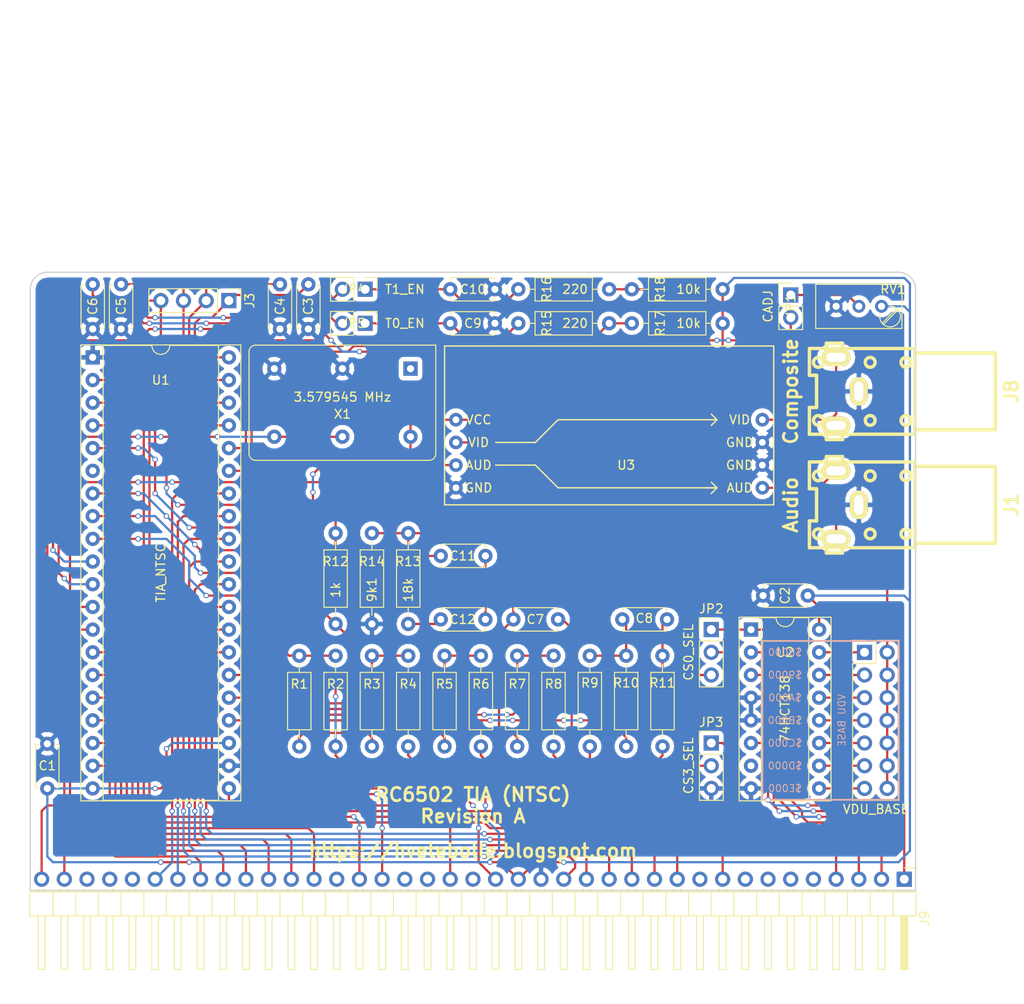
<source format=kicad_pcb>
(kicad_pcb (version 4) (host pcbnew 4.0.7)
  (layers (0 F.Cu signal) (31 B.Cu signal) (34 B.Paste user) (35 F.Paste user) (36 B.SilkS user) (37 F.SilkS user) (38 B.Mask user) (39 F.Mask user) (44 Edge.Cuts user))
  (net 0 "")
  (net 1 VCC)
  (net 2 "Net-(J2-Pad1)")
  (net 3 "Net-(J2-Pad3)")
  (net 4 "Net-(J2-Pad5)")
  (net 5 "Net-(J2-Pad7)")
  (net 6 "Net-(J2-Pad9)")
  (net 7 "Net-(J8-Pad2)")
  (net 8 GND)
  (net 9 "Net-(J2-Pad11)")
  (net 10 "Net-(J2-Pad13)")
  (net 11 /P0)
  (net 12 /P1)
  (net 13 /P2)
  (net 14 /P3)
  (net 15 "Net-(C7-Pad1)")
  (net 16 VIDEO)
  (net 17 /COLOR)
  (net 18 "Net-(C8-Pad2)")
  (net 19 /T0_IN)
  (net 20 /T1_IN)
  (net 21 AUDIO)
  (net 22 /AUD0)
  (net 23 "Net-(C12-Pad2)")
  (net 24 "Net-(J1-Pad2)")
  (net 25 TIA_BASE)
  (net 26 /A7)
  (net 27 /A5)
  (net 28 /A4)
  (net 29 /A3)
  (net 30 /A2)
  (net 31 /A1)
  (net 32 /A0)
  (net 33 /PHI2)
  (net 34 /PHI0)
  (net 35 /R/~W)
  (net 36 /RDY)
  (net 37 /D0)
  (net 38 /D1)
  (net 39 /D2)
  (net 40 /D3)
  (net 41 /D4)
  (net 42 /D5)
  (net 43 /D6)
  (net 44 /D7)
  (net 45 "Net-(J9-Pad38)")
  (net 46 "Net-(J9-Pad39)")
  (net 47 "Net-(JP1-Pad1)")
  (net 48 /CADJ)
  (net 49 /~CS0)
  (net 50 /~CS3)
  (net 51 /CSYNC)
  (net 52 /LUM1)
  (net 53 /LUM2)
  (net 54 /LUM0)
  (net 55 /OSC_IN)
  (net 56 /T1)
  (net 57 /T0)
  (net 58 /A15)
  (net 59 /A14)
  (net 60 /A13)
  (net 61 /A12)
  (module Capacitors_THT:C_Disc_D4.7mm_W2.5mm_P5.00mm (layer F.Cu) (at 54.61 132.715 90)
    (fp_text reference C1 (at 2.54 0 180) (layer F.SilkS))
    (fp_text value 100nF)
    (pad 1 thru_hole circle (at 0 0 90) (size 1.6 1.6) (drill 0.8) (layers *.Cu *.Mask) (net 1 VCC))
    (pad 2 thru_hole circle (at 5 0 90) (size 1.6 1.6) (drill 0.8) (layers *.Cu *.Mask) (net 8 GND))
  )
  (module Capacitors_THT:C_Disc_D4.7mm_W2.5mm_P5.00mm (layer F.Cu) (at 139.7 111.125 180)
    (fp_text reference C2 (at 2.54 0 270) (layer F.SilkS))
    (fp_text value 100nF)
    (pad 1 thru_hole circle (at 0 0 180) (size 1.6 1.6) (drill 0.8) (layers *.Cu *.Mask) (net 1 VCC))
    (pad 2 thru_hole circle (at 5 0 180) (size 1.6 1.6) (drill 0.8) (layers *.Cu *.Mask) (net 8 GND))
  )
  (module Housings_DIP:DIP-16_W7.62mm_Socket (layer F.Cu) (at 133.35 114.935)
    (fp_text reference U2 (at 3.81 2.54) (layer F.SilkS))
    (fp_text value 74HCT138 (at 3.81 8.89 90) (layer F.SilkS))
    (pad 1 thru_hole rect (at 0 0) (size 1.6 1.6) (drill 0.8) (layers *.Cu *.Mask) (net 61 /A12))
    (pad 9 thru_hole oval (at 7.62 17.78) (size 1.6 1.6) (drill 0.8) (layers *.Cu *.Mask) (net 10 "Net-(J2-Pad13)"))
    (pad 2 thru_hole oval (at 0 2.54) (size 1.6 1.6) (drill 0.8) (layers *.Cu *.Mask) (net 60 /A13))
    (pad 10 thru_hole oval (at 7.62 15.24) (size 1.6 1.6) (drill 0.8) (layers *.Cu *.Mask) (net 9 "Net-(J2-Pad11)"))
    (pad 3 thru_hole oval (at 0 5.08) (size 1.6 1.6) (drill 0.8) (layers *.Cu *.Mask) (net 59 /A14))
    (pad 11 thru_hole oval (at 7.62 12.7) (size 1.6 1.6) (drill 0.8) (layers *.Cu *.Mask) (net 6 "Net-(J2-Pad9)"))
    (pad 4 thru_hole oval (at 0 7.62) (size 1.6 1.6) (drill 0.8) (layers *.Cu *.Mask) (net 8 GND))
    (pad 12 thru_hole oval (at 7.62 10.16) (size 1.6 1.6) (drill 0.8) (layers *.Cu *.Mask) (net 5 "Net-(J2-Pad7)"))
    (pad 5 thru_hole oval (at 0 10.16) (size 1.6 1.6) (drill 0.8) (layers *.Cu *.Mask) (net 8 GND))
    (pad 13 thru_hole oval (at 7.62 7.62) (size 1.6 1.6) (drill 0.8) (layers *.Cu *.Mask) (net 4 "Net-(J2-Pad5)"))
    (pad 6 thru_hole oval (at 0 12.7) (size 1.6 1.6) (drill 0.8) (layers *.Cu *.Mask) (net 58 /A15))
    (pad 14 thru_hole oval (at 7.62 5.08) (size 1.6 1.6) (drill 0.8) (layers *.Cu *.Mask) (net 3 "Net-(J2-Pad3)"))
    (pad 7 thru_hole oval (at 0 15.24) (size 1.6 1.6) (drill 0.8) (layers *.Cu *.Mask))
    (pad 15 thru_hole oval (at 7.62 2.54) (size 1.6 1.6) (drill 0.8) (layers *.Cu *.Mask) (net 2 "Net-(J2-Pad1)"))
    (pad 8 thru_hole oval (at 0 17.78) (size 1.6 1.6) (drill 0.8) (layers *.Cu *.Mask) (net 8 GND))
    (pad 16 thru_hole oval (at 7.62 0) (size 1.6 1.6) (drill 0.8) (layers *.Cu *.Mask) (net 1 VCC))
  )
  (module Oscillator:Oscillator_DIP-14 (layer F.Cu) (at 95.25 85.725 180)
    (fp_text reference X1 (at 7.62 -5.08 180) (layer F.SilkS))
    (fp_text value "3.579545 MHz" (at 7.62 -3.175 180) (layer F.SilkS))
    (pad 7 thru_hole circle (at 7.62 0 180) (size 1.6 1.6) (drill 0.8) (layers *.Cu *.Mask) (net 8 GND))
    (pad 8 thru_hole circle (at 7.62 -7.62 180) (size 1.6 1.6) (drill 0.8) (layers *.Cu *.Mask) (net 55 /OSC_IN))
    (pad 1 thru_hole rect (at 0 0 180) (size 1.6 1.6) (drill 0.8) (layers *.Cu *.Mask))
    (pad 14 thru_hole circle (at 0 -7.62 180) (size 1.6 1.6) (drill 0.8) (layers *.Cu *.Mask) (net 1 VCC))
    (pad 8 thru_hole circle (at 15.24 -7.62 180) (size 1.6 1.6) (drill 0.8) (layers *.Cu *.Mask) (net 55 /OSC_IN))
    (pad 7 thru_hole circle (at 15.24 0 180) (size 1.6 1.6) (drill 0.8) (layers *.Cu *.Mask) (net 8 GND))
  )
  (module vdu_amplifier:Amplifier (layer F.Cu) (at 119.38 95.25)
    (fp_text reference U3 (at 0 1.27) (layer F.SilkS))
    (fp_text value VDU_Port)
    (fp_text user GND (at 12.7 -1.27) (layer F.SilkS))
    (fp_text user GND (at 12.7 1.27) (layer F.SilkS))
    (fp_text user AUD (at 12.7 3.81) (layer F.SilkS))
    (fp_text user VID (at 12.7 -3.81) (layer F.SilkS))
    (fp_text user AUD (at -16.51 1.27) (layer F.SilkS))
    (fp_text user VID (at -16.51 -1.27) (layer F.SilkS))
    (fp_text user GND (at -16.51 3.81) (layer F.SilkS))
    (fp_text user VCC (at -16.51 -3.81) (layer F.SilkS))
    (pad 1 thru_hole circle (at -19.05 -3.81) (size 1.524 1.524) (drill 0.762) (layers *.Cu *.Mask) (net 1 VCC))
    (pad 2 thru_hole circle (at -19.05 -1.27) (size 1.524 1.524) (drill 0.762) (layers *.Cu *.Mask) (net 16 VIDEO))
    (pad 4 thru_hole circle (at -19.05 1.27) (size 1.524 1.524) (drill 0.762) (layers *.Cu *.Mask) (net 21 AUDIO))
    (pad 6 thru_hole circle (at -19.05 3.81) (size 1.524 1.524) (drill 0.762) (layers *.Cu *.Mask) (net 8 GND))
    (pad 3 thru_hole circle (at 15.24 -3.81) (size 1.524 1.524) (drill 0.762) (layers *.Cu *.Mask) (net 7 "Net-(J8-Pad2)"))
    (pad 6 thru_hole circle (at 15.24 -1.27) (size 1.524 1.524) (drill 0.762) (layers *.Cu *.Mask) (net 8 GND))
    (pad 6 thru_hole circle (at 15.24 1.27) (size 1.524 1.524) (drill 0.762) (layers *.Cu *.Mask) (net 8 GND))
    (pad 5 thru_hole circle (at 15.24 3.81) (size 1.524 1.524) (drill 0.762) (layers *.Cu *.Mask) (net 24 "Net-(J1-Pad2)"))
  )
  (module Pin_Headers:Pin_Header_Straight_2x07_Pitch2.54mm (layer F.Cu) (at 146.05 117.475)
    (fp_text reference J2)
    (fp_text value VDU_BASE (at 1.27 17.57) (layer F.SilkS))
    (pad 1 thru_hole rect (at 0 0) (size 1.7 1.7) (drill 1) (layers *.Cu *.Mask) (net 2 "Net-(J2-Pad1)"))
    (pad 2 thru_hole oval (at 2.54 0) (size 1.7 1.7) (drill 1) (layers *.Cu *.Mask) (net 25 TIA_BASE))
    (pad 3 thru_hole oval (at 0 2.54) (size 1.7 1.7) (drill 1) (layers *.Cu *.Mask) (net 3 "Net-(J2-Pad3)"))
    (pad 4 thru_hole oval (at 2.54 2.54) (size 1.7 1.7) (drill 1) (layers *.Cu *.Mask) (net 25 TIA_BASE))
    (pad 5 thru_hole oval (at 0 5.08) (size 1.7 1.7) (drill 1) (layers *.Cu *.Mask) (net 4 "Net-(J2-Pad5)"))
    (pad 6 thru_hole oval (at 2.54 5.08) (size 1.7 1.7) (drill 1) (layers *.Cu *.Mask) (net 25 TIA_BASE))
    (pad 7 thru_hole oval (at 0 7.62) (size 1.7 1.7) (drill 1) (layers *.Cu *.Mask) (net 5 "Net-(J2-Pad7)"))
    (pad 8 thru_hole oval (at 2.54 7.62) (size 1.7 1.7) (drill 1) (layers *.Cu *.Mask) (net 25 TIA_BASE))
    (pad 9 thru_hole oval (at 0 10.16) (size 1.7 1.7) (drill 1) (layers *.Cu *.Mask) (net 6 "Net-(J2-Pad9)"))
    (pad 10 thru_hole oval (at 2.54 10.16) (size 1.7 1.7) (drill 1) (layers *.Cu *.Mask) (net 25 TIA_BASE))
    (pad 11 thru_hole oval (at 0 12.7) (size 1.7 1.7) (drill 1) (layers *.Cu *.Mask) (net 9 "Net-(J2-Pad11)"))
    (pad 12 thru_hole oval (at 2.54 12.7) (size 1.7 1.7) (drill 1) (layers *.Cu *.Mask) (net 25 TIA_BASE))
    (pad 13 thru_hole oval (at 0 15.24) (size 1.7 1.7) (drill 1) (layers *.Cu *.Mask) (net 10 "Net-(J2-Pad13)"))
    (pad 14 thru_hole oval (at 2.54 15.24) (size 1.7 1.7) (drill 1) (layers *.Cu *.Mask) (net 25 TIA_BASE))
  )
  (module Capacitors_THT:C_Disc_D4.7mm_W2.5mm_P5.00mm (layer F.Cu) (at 83.82 81.28 90)
    (fp_text reference C3 (at 2.54 0 90) (layer F.SilkS))
    (fp_text value 68nF)
    (pad 1 thru_hole circle (at 0 0 90) (size 1.6 1.6) (drill 0.8) (layers *.Cu *.Mask) (net 8 GND))
    (pad 2 thru_hole circle (at 5 0 90) (size 1.6 1.6) (drill 0.8) (layers *.Cu *.Mask) (net 11 /P0))
  )
  (module Capacitors_THT:C_Disc_D4.7mm_W2.5mm_P5.00mm (layer F.Cu) (at 80.645 81.28 90)
    (fp_text reference C4 (at 2.54 0 90) (layer F.SilkS))
    (fp_text value 68nF)
    (pad 1 thru_hole circle (at 0 0 90) (size 1.6 1.6) (drill 0.8) (layers *.Cu *.Mask) (net 8 GND))
    (pad 2 thru_hole circle (at 5 0 90) (size 1.6 1.6) (drill 0.8) (layers *.Cu *.Mask) (net 12 /P1))
  )
  (module Capacitors_THT:C_Disc_D4.7mm_W2.5mm_P5.00mm (layer F.Cu) (at 62.865 81.28 90)
    (fp_text reference C5 (at 2.54 0 90) (layer F.SilkS))
    (fp_text value 68nF)
    (pad 1 thru_hole circle (at 0 0 90) (size 1.6 1.6) (drill 0.8) (layers *.Cu *.Mask) (net 8 GND))
    (pad 2 thru_hole circle (at 5 0 90) (size 1.6 1.6) (drill 0.8) (layers *.Cu *.Mask) (net 13 /P2))
  )
  (module Capacitors_THT:C_Disc_D4.7mm_W2.5mm_P5.00mm (layer F.Cu) (at 59.69 81.28 90)
    (fp_text reference C6 (at 2.54 0 90) (layer F.SilkS))
    (fp_text value 68nF)
    (pad 1 thru_hole circle (at 0 0 90) (size 1.6 1.6) (drill 0.8) (layers *.Cu *.Mask) (net 8 GND))
    (pad 2 thru_hole circle (at 5 0 90) (size 1.6 1.6) (drill 0.8) (layers *.Cu *.Mask) (net 14 /P3))
  )
  (module Capacitors_THT:C_Disc_D4.7mm_W2.5mm_P5.00mm (layer F.Cu) (at 111.76 113.792 180)
    (fp_text reference C7 (at 2.54 0 180) (layer F.SilkS))
    (fp_text value 22pF)
    (pad 1 thru_hole circle (at 0 0 180) (size 1.6 1.6) (drill 0.8) (layers *.Cu *.Mask) (net 15 "Net-(C7-Pad1)"))
    (pad 2 thru_hole circle (at 5 0 180) (size 1.6 1.6) (drill 0.8) (layers *.Cu *.Mask) (net 16 VIDEO))
  )
  (module Capacitors_THT:C_Disc_D4.7mm_W2.5mm_P5.00mm (layer F.Cu) (at 123.952 113.792 180)
    (fp_text reference C8 (at 2.54 0.127 180) (layer F.SilkS))
    (fp_text value 47pF)
    (pad 1 thru_hole circle (at 0 0 180) (size 1.6 1.6) (drill 0.8) (layers *.Cu *.Mask) (net 17 /COLOR))
    (pad 2 thru_hole circle (at 5 0 180) (size 1.6 1.6) (drill 0.8) (layers *.Cu *.Mask) (net 18 "Net-(C8-Pad2)"))
  )
  (module Capacitors_THT:C_Disc_D4.7mm_W2.5mm_P5.00mm (layer F.Cu) (at 99.695 80.645)
    (fp_text reference C9 (at 2.54 0) (layer F.SilkS))
    (fp_text value 470pF)
    (pad 1 thru_hole circle (at 0 0) (size 1.6 1.6) (drill 0.8) (layers *.Cu *.Mask) (net 19 /T0_IN))
    (pad 2 thru_hole circle (at 5 0) (size 1.6 1.6) (drill 0.8) (layers *.Cu *.Mask) (net 8 GND))
  )
  (module Capacitors_THT:C_Disc_D4.7mm_W2.5mm_P5.00mm (layer F.Cu) (at 99.695 76.835)
    (fp_text reference C10 (at 2.54 0) (layer F.SilkS))
    (fp_text value 470pF)
    (pad 1 thru_hole circle (at 0 0) (size 1.6 1.6) (drill 0.8) (layers *.Cu *.Mask) (net 20 /T1_IN))
    (pad 2 thru_hole circle (at 5 0) (size 1.6 1.6) (drill 0.8) (layers *.Cu *.Mask) (net 8 GND))
  )
  (module Capacitors_THT:C_Disc_D4.7mm_W2.5mm_P5.00mm (layer F.Cu) (at 103.632 106.68 180)
    (fp_text reference C11 (at 2.54 0 180) (layer F.SilkS))
    (fp_text value 820pF)
    (pad 1 thru_hole circle (at 0 0 180) (size 1.6 1.6) (drill 0.8) (layers *.Cu *.Mask) (net 1 VCC))
    (pad 2 thru_hole circle (at 5 0 180) (size 1.6 1.6) (drill 0.8) (layers *.Cu *.Mask) (net 21 AUDIO))
  )
  (module Capacitors_THT:C_Disc_D4.7mm_W2.5mm_P5.00mm (layer F.Cu) (at 103.632 113.792 180)
    (fp_text reference C12 (at 2.54 0 180) (layer F.SilkS))
    (fp_text value 100nF)
    (pad 1 thru_hole circle (at 0 0 180) (size 1.6 1.6) (drill 0.8) (layers *.Cu *.Mask) (net 22 /AUD0))
    (pad 2 thru_hole circle (at 5 0 180) (size 1.6 1.6) (drill 0.8) (layers *.Cu *.Mask) (net 23 "Net-(C12-Pad2)"))
  )
  (module RCA:rca_yellow (layer F.Cu) (at 146.685 100.965 90)
    (fp_text reference J1 (at 0 15.7988 90) (layer F.SilkS) (effects (font (thickness 0.3048))))
    (fp_text value Audio (at 0 -8.89 90) (layer F.SilkS) (effects (font (thickness 0.3048))))
    (pad 2 thru_hole oval (at 3.81 -3.81 90) (size 1.99898 3.19786) (drill oval 0.99568 2.1971) (layers *.Cu *.Mask F.SilkS) (net 24 "Net-(J1-Pad2)"))
    (pad 1 thru_hole oval (at 0 -1.27 90) (size 3.19786 1.99898) (drill oval 2.1971 0.99568) (layers *.Cu *.Mask F.SilkS) (net 8 GND))
    (pad 2 thru_hole oval (at -3.81 -3.81 90) (size 1.99898 3.19786) (drill oval 0.99568 2.1971) (layers *.Cu *.Mask F.SilkS) (net 24 "Net-(J1-Pad2)"))
  )
  (module Pin_Headers:Pin_Header_Straight_1x04_Pitch2.54mm (layer F.Cu) (at 74.93 78.105 270)
    (fp_text reference J3 (at 0 -2.33 270) (layer F.SilkS))
    (fp_text value P)
    (pad 1 thru_hole rect (at 0 0 270) (size 1.7 1.7) (drill 1) (layers *.Cu *.Mask) (net 11 /P0))
    (pad 2 thru_hole oval (at 0 2.54 270) (size 1.7 1.7) (drill 1) (layers *.Cu *.Mask) (net 12 /P1))
    (pad 3 thru_hole oval (at 0 5.08 270) (size 1.7 1.7) (drill 1) (layers *.Cu *.Mask) (net 13 /P2))
    (pad 4 thru_hole oval (at 0 7.62 270) (size 1.7 1.7) (drill 1) (layers *.Cu *.Mask) (net 14 /P3))
  )
  (module RCA:rca_yellow (layer F.Cu) (at 146.685 88.265 90)
    (fp_text reference J8 (at 0 15.7988 90) (layer F.SilkS) (effects (font (thickness 0.3048))))
    (fp_text value Composite (at 0 -8.89 90) (layer F.SilkS) (effects (font (thickness 0.3048))))
    (pad 2 thru_hole oval (at 3.81 -3.81 90) (size 1.99898 3.19786) (drill oval 0.99568 2.1971) (layers *.Cu *.Mask F.SilkS) (net 7 "Net-(J8-Pad2)"))
    (pad 1 thru_hole oval (at 0 -1.27 90) (size 3.19786 1.99898) (drill oval 2.1971 0.99568) (layers *.Cu *.Mask F.SilkS) (net 8 GND))
    (pad 2 thru_hole oval (at -3.81 -3.81 90) (size 1.99898 3.19786) (drill oval 0.99568 2.1971) (layers *.Cu *.Mask F.SilkS) (net 7 "Net-(J8-Pad2)"))
  )
  (module Pin_Headers:Pin_Header_Angled_1x39_Pitch2.54mm (layer F.Cu) (at 150.495 142.875 270)
    (fp_text reference J9 (at 4.385 -2.27 270) (layer F.SilkS))
    (fp_text value RC6502_Backplane_Extra)
    (pad 1 thru_hole rect (at 0 0 270) (size 1.7 1.7) (drill 1) (layers *.Cu *.Mask) (net 58 /A15))
    (pad 2 thru_hole oval (at 0 2.54 270) (size 1.7 1.7) (drill 1) (layers *.Cu *.Mask) (net 59 /A14))
    (pad 3 thru_hole oval (at 0 5.08 270) (size 1.7 1.7) (drill 1) (layers *.Cu *.Mask) (net 60 /A13))
    (pad 4 thru_hole oval (at 0 7.62 270) (size 1.7 1.7) (drill 1) (layers *.Cu *.Mask) (net 61 /A12))
    (pad 5 thru_hole oval (at 0 10.16 270) (size 1.7 1.7) (drill 1) (layers *.Cu *.Mask))
    (pad 6 thru_hole oval (at 0 12.7 270) (size 1.7 1.7) (drill 1) (layers *.Cu *.Mask))
    (pad 7 thru_hole oval (at 0 15.24 270) (size 1.7 1.7) (drill 1) (layers *.Cu *.Mask))
    (pad 8 thru_hole oval (at 0 17.78 270) (size 1.7 1.7) (drill 1) (layers *.Cu *.Mask))
    (pad 9 thru_hole oval (at 0 20.32 270) (size 1.7 1.7) (drill 1) (layers *.Cu *.Mask) (net 26 /A7))
    (pad 10 thru_hole oval (at 0 22.86 270) (size 1.7 1.7) (drill 1) (layers *.Cu *.Mask))
    (pad 11 thru_hole oval (at 0 25.4 270) (size 1.7 1.7) (drill 1) (layers *.Cu *.Mask) (net 27 /A5))
    (pad 12 thru_hole oval (at 0 27.94 270) (size 1.7 1.7) (drill 1) (layers *.Cu *.Mask) (net 28 /A4))
    (pad 13 thru_hole oval (at 0 30.48 270) (size 1.7 1.7) (drill 1) (layers *.Cu *.Mask) (net 29 /A3))
    (pad 14 thru_hole oval (at 0 33.02 270) (size 1.7 1.7) (drill 1) (layers *.Cu *.Mask) (net 30 /A2))
    (pad 15 thru_hole oval (at 0 35.56 270) (size 1.7 1.7) (drill 1) (layers *.Cu *.Mask) (net 31 /A1))
    (pad 16 thru_hole oval (at 0 38.1 270) (size 1.7 1.7) (drill 1) (layers *.Cu *.Mask) (net 32 /A0))
    (pad 17 thru_hole oval (at 0 40.64 270) (size 1.7 1.7) (drill 1) (layers *.Cu *.Mask) (net 8 GND))
    (pad 18 thru_hole oval (at 0 43.18 270) (size 1.7 1.7) (drill 1) (layers *.Cu *.Mask) (net 1 VCC))
    (pad 19 thru_hole oval (at 0 45.72 270) (size 1.7 1.7) (drill 1) (layers *.Cu *.Mask) (net 33 /PHI2))
    (pad 20 thru_hole oval (at 0 48.26 270) (size 1.7 1.7) (drill 1) (layers *.Cu *.Mask))
    (pad 21 thru_hole oval (at 0 50.8 270) (size 1.7 1.7) (drill 1) (layers *.Cu *.Mask) (net 34 /PHI0))
    (pad 22 thru_hole oval (at 0 53.34 270) (size 1.7 1.7) (drill 1) (layers *.Cu *.Mask))
    (pad 23 thru_hole oval (at 0 55.88 270) (size 1.7 1.7) (drill 1) (layers *.Cu *.Mask))
    (pad 24 thru_hole oval (at 0 58.42 270) (size 1.7 1.7) (drill 1) (layers *.Cu *.Mask) (net 35 /R/~W))
    (pad 25 thru_hole oval (at 0 60.96 270) (size 1.7 1.7) (drill 1) (layers *.Cu *.Mask) (net 36 /RDY))
    (pad 26 thru_hole oval (at 0 63.5 270) (size 1.7 1.7) (drill 1) (layers *.Cu *.Mask))
    (pad 27 thru_hole oval (at 0 66.04 270) (size 1.7 1.7) (drill 1) (layers *.Cu *.Mask) (net 37 /D0))
    (pad 28 thru_hole oval (at 0 68.58 270) (size 1.7 1.7) (drill 1) (layers *.Cu *.Mask) (net 38 /D1))
    (pad 29 thru_hole oval (at 0 71.12 270) (size 1.7 1.7) (drill 1) (layers *.Cu *.Mask) (net 39 /D2))
    (pad 30 thru_hole oval (at 0 73.66 270) (size 1.7 1.7) (drill 1) (layers *.Cu *.Mask) (net 40 /D3))
    (pad 31 thru_hole oval (at 0 76.2 270) (size 1.7 1.7) (drill 1) (layers *.Cu *.Mask) (net 41 /D4))
    (pad 32 thru_hole oval (at 0 78.74 270) (size 1.7 1.7) (drill 1) (layers *.Cu *.Mask) (net 42 /D5))
    (pad 33 thru_hole oval (at 0 81.28 270) (size 1.7 1.7) (drill 1) (layers *.Cu *.Mask) (net 43 /D6))
    (pad 34 thru_hole oval (at 0 83.82 270) (size 1.7 1.7) (drill 1) (layers *.Cu *.Mask) (net 44 /D7))
    (pad 35 thru_hole oval (at 0 86.36 270) (size 1.7 1.7) (drill 1) (layers *.Cu *.Mask))
    (pad 36 thru_hole oval (at 0 88.9 270) (size 1.7 1.7) (drill 1) (layers *.Cu *.Mask))
    (pad 37 thru_hole oval (at 0 91.44 270) (size 1.7 1.7) (drill 1) (layers *.Cu *.Mask))
    (pad 38 thru_hole oval (at 0 93.98 270) (size 1.7 1.7) (drill 1) (layers *.Cu *.Mask) (net 45 "Net-(J9-Pad38)"))
    (pad 39 thru_hole oval (at 0 96.52 270) (size 1.7 1.7) (drill 1) (layers *.Cu *.Mask) (net 46 "Net-(J9-Pad39)"))
  )
  (module Pin_Headers:Pin_Header_Straight_1x02_Pitch2.54mm (layer F.Cu) (at 137.795 77.47)
    (fp_text reference JP1 (at 0 1.27 90) (layer F.SilkS))
    (fp_text value CADJ (at -2.54 1.27 90) (layer F.SilkS))
    (pad 1 thru_hole rect (at 0 0) (size 1.7 1.7) (drill 1) (layers *.Cu *.Mask) (net 47 "Net-(JP1-Pad1)"))
    (pad 2 thru_hole oval (at 0 2.54) (size 1.7 1.7) (drill 1) (layers *.Cu *.Mask) (net 48 /CADJ))
  )
  (module Pin_Headers:Pin_Header_Straight_1x03_Pitch2.54mm (layer F.Cu) (at 128.905 114.935)
    (fp_text reference JP2 (at 0 -2.33) (layer F.SilkS))
    (fp_text value CS0_SEL (at -2.54 2.54 90) (layer F.SilkS))
    (pad 1 thru_hole rect (at 0 0) (size 1.7 1.7) (drill 1) (layers *.Cu *.Mask) (net 61 /A12))
    (pad 2 thru_hole oval (at 0 2.54) (size 1.7 1.7) (drill 1) (layers *.Cu *.Mask) (net 49 /~CS0))
    (pad 3 thru_hole oval (at 0 5.08) (size 1.7 1.7) (drill 1) (layers *.Cu *.Mask) (net 25 TIA_BASE))
  )
  (module Pin_Headers:Pin_Header_Straight_1x03_Pitch2.54mm (layer F.Cu) (at 128.905 127.635)
    (fp_text reference JP3 (at 0 -2.33) (layer F.SilkS))
    (fp_text value CS3_SEL (at -2.54 2.54 90) (layer F.SilkS))
    (pad 1 thru_hole rect (at 0 0) (size 1.7 1.7) (drill 1) (layers *.Cu *.Mask) (net 26 /A7))
    (pad 2 thru_hole oval (at 0 2.54) (size 1.7 1.7) (drill 1) (layers *.Cu *.Mask) (net 50 /~CS3))
    (pad 3 thru_hole oval (at 0 5.08) (size 1.7 1.7) (drill 1) (layers *.Cu *.Mask) (net 8 GND))
  )
  (module Pin_Headers:Pin_Header_Straight_1x02_Pitch2.54mm (layer F.Cu) (at 90.17 76.835 270)
    (fp_text reference JP4 (at 0 1.27 360) (layer F.SilkS))
    (fp_text value T1_EN (at 0 -4.445 360) (layer F.SilkS))
    (pad 1 thru_hole rect (at 0 0 270) (size 1.7 1.7) (drill 1) (layers *.Cu *.Mask) (net 20 /T1_IN))
    (pad 2 thru_hole oval (at 0 2.54 270) (size 1.7 1.7) (drill 1) (layers *.Cu *.Mask) (net 46 "Net-(J9-Pad39)"))
  )
  (module Pin_Headers:Pin_Header_Straight_1x02_Pitch2.54mm (layer F.Cu) (at 90.17 80.645 270)
    (fp_text reference JP5 (at 0 1.27 360) (layer F.SilkS))
    (fp_text value T0_EN (at 0 -4.445 360) (layer F.SilkS))
    (pad 1 thru_hole rect (at 0 0 270) (size 1.7 1.7) (drill 1) (layers *.Cu *.Mask) (net 19 /T0_IN))
    (pad 2 thru_hole oval (at 0 2.54 270) (size 1.7 1.7) (drill 1) (layers *.Cu *.Mask) (net 45 "Net-(J9-Pad38)"))
  )
  (module Resistors_THT:R_Axial_DIN0207_L6.3mm_D2.5mm_P10.16mm_Horizontal (layer F.Cu) (at 82.804 117.856 270)
    (fp_text reference R1 (at 3.175 0 360) (layer F.SilkS))
    (fp_text value 27k)
    (pad 1 thru_hole circle (at 0 0 270) (size 1.6 1.6) (drill 0.8) (layers *.Cu *.Mask) (net 51 /CSYNC))
    (pad 2 thru_hole oval (at 10.16 0 270) (size 1.6 1.6) (drill 0.8) (layers *.Cu *.Mask) (net 16 VIDEO))
  )
  (module Resistors_THT:R_Axial_DIN0207_L6.3mm_D2.5mm_P10.16mm_Horizontal (layer F.Cu) (at 86.868 117.856 270)
    (fp_text reference R2 (at 3.175 0 360) (layer F.SilkS))
    (fp_text value 3K3)
    (pad 1 thru_hole circle (at 0 0 270) (size 1.6 1.6) (drill 0.8) (layers *.Cu *.Mask) (net 51 /CSYNC))
    (pad 2 thru_hole oval (at 10.16 0 270) (size 1.6 1.6) (drill 0.8) (layers *.Cu *.Mask) (net 1 VCC))
  )
  (module Resistors_THT:R_Axial_DIN0207_L6.3mm_D2.5mm_P10.16mm_Horizontal (layer F.Cu) (at 90.932 117.856 270)
    (fp_text reference R3 (at 3.175 0 360) (layer F.SilkS))
    (fp_text value 56k)
    (pad 1 thru_hole circle (at 0 0 270) (size 1.6 1.6) (drill 0.8) (layers *.Cu *.Mask) (net 52 /LUM1))
    (pad 2 thru_hole oval (at 10.16 0 270) (size 1.6 1.6) (drill 0.8) (layers *.Cu *.Mask) (net 16 VIDEO))
  )
  (module Resistors_THT:R_Axial_DIN0207_L6.3mm_D2.5mm_P10.16mm_Horizontal (layer F.Cu) (at 94.996 117.856 270)
    (fp_text reference R4 (at 3.175 0 360) (layer F.SilkS))
    (fp_text value 3K3)
    (pad 1 thru_hole circle (at 0 0 270) (size 1.6 1.6) (drill 0.8) (layers *.Cu *.Mask) (net 52 /LUM1))
    (pad 2 thru_hole oval (at 10.16 0 270) (size 1.6 1.6) (drill 0.8) (layers *.Cu *.Mask) (net 1 VCC))
  )
  (module Resistors_THT:R_Axial_DIN0207_L6.3mm_D2.5mm_P10.16mm_Horizontal (layer F.Cu) (at 99.06 117.856 270)
    (fp_text reference R5 (at 3.175 0 360) (layer F.SilkS))
    (fp_text value 27K)
    (pad 1 thru_hole circle (at 0 0 270) (size 1.6 1.6) (drill 0.8) (layers *.Cu *.Mask) (net 53 /LUM2))
    (pad 2 thru_hole oval (at 10.16 0 270) (size 1.6 1.6) (drill 0.8) (layers *.Cu *.Mask) (net 16 VIDEO))
  )
  (module Resistors_THT:R_Axial_DIN0207_L6.3mm_D2.5mm_P10.16mm_Horizontal (layer F.Cu) (at 103.124 117.856 270)
    (fp_text reference R6 (at 3.175 0 360) (layer F.SilkS))
    (fp_text value 3K3)
    (pad 1 thru_hole circle (at 0 0 270) (size 1.6 1.6) (drill 0.8) (layers *.Cu *.Mask) (net 53 /LUM2))
    (pad 2 thru_hole oval (at 10.16 0 270) (size 1.6 1.6) (drill 0.8) (layers *.Cu *.Mask) (net 1 VCC))
  )
  (module Resistors_THT:R_Axial_DIN0207_L6.3mm_D2.5mm_P10.16mm_Horizontal (layer F.Cu) (at 107.188 117.856 270)
    (fp_text reference R7 (at 3.175 0 360) (layer F.SilkS))
    (fp_text value 110k)
    (pad 1 thru_hole circle (at 0 0 270) (size 1.6 1.6) (drill 0.8) (layers *.Cu *.Mask) (net 54 /LUM0))
    (pad 2 thru_hole oval (at 10.16 0 270) (size 1.6 1.6) (drill 0.8) (layers *.Cu *.Mask) (net 16 VIDEO))
  )
  (module Resistors_THT:R_Axial_DIN0207_L6.3mm_D2.5mm_P10.16mm_Horizontal (layer F.Cu) (at 111.252 117.856 270)
    (fp_text reference R8 (at 3.175 0 360) (layer F.SilkS))
    (fp_text value 3K3)
    (pad 1 thru_hole circle (at 0 0 270) (size 1.6 1.6) (drill 0.8) (layers *.Cu *.Mask) (net 54 /LUM0))
    (pad 2 thru_hole oval (at 10.16 0 270) (size 1.6 1.6) (drill 0.8) (layers *.Cu *.Mask) (net 1 VCC))
  )
  (module Resistors_THT:R_Axial_DIN0207_L6.3mm_D2.5mm_P10.16mm_Horizontal (layer F.Cu) (at 115.316 117.856 270)
    (fp_text reference R9 (at 3.048 0 360) (layer F.SilkS))
    (fp_text value 1k)
    (pad 1 thru_hole circle (at 0 0 270) (size 1.6 1.6) (drill 0.8) (layers *.Cu *.Mask) (net 18 "Net-(C8-Pad2)"))
    (pad 2 thru_hole oval (at 10.16 0 270) (size 1.6 1.6) (drill 0.8) (layers *.Cu *.Mask) (net 1 VCC))
  )
  (module Resistors_THT:R_Axial_DIN0207_L6.3mm_D2.5mm_P10.16mm_Horizontal (layer F.Cu) (at 119.38 117.856 270)
    (fp_text reference R10 (at 3.048 0 360) (layer F.SilkS))
    (fp_text value 6k8)
    (pad 1 thru_hole circle (at 0 0 270) (size 1.6 1.6) (drill 0.8) (layers *.Cu *.Mask) (net 18 "Net-(C8-Pad2)"))
    (pad 2 thru_hole oval (at 10.16 0 270) (size 1.6 1.6) (drill 0.8) (layers *.Cu *.Mask) (net 15 "Net-(C7-Pad1)"))
  )
  (module Resistors_THT:R_Axial_DIN0207_L6.3mm_D2.5mm_P10.16mm_Horizontal (layer F.Cu) (at 123.444 117.856 270)
    (fp_text reference R11 (at 3.048 0 360) (layer F.SilkS))
    (fp_text value 1k)
    (pad 1 thru_hole circle (at 0 0 270) (size 1.6 1.6) (drill 0.8) (layers *.Cu *.Mask) (net 17 /COLOR))
    (pad 2 thru_hole oval (at 10.16 0 270) (size 1.6 1.6) (drill 0.8) (layers *.Cu *.Mask) (net 1 VCC))
  )
  (module Resistors_THT:R_Axial_DIN0207_L6.3mm_D2.5mm_P10.16mm_Horizontal (layer F.Cu) (at 86.868 104.14 270)
    (fp_text reference R12 (at 3.175 0 360) (layer F.SilkS))
    (fp_text value 1k (at 6.35 0 270) (layer F.SilkS))
    (pad 1 thru_hole circle (at 0 0 270) (size 1.6 1.6) (drill 0.8) (layers *.Cu *.Mask) (net 22 /AUD0))
    (pad 2 thru_hole oval (at 10.16 0 270) (size 1.6 1.6) (drill 0.8) (layers *.Cu *.Mask) (net 1 VCC))
  )
  (module Resistors_THT:R_Axial_DIN0207_L6.3mm_D2.5mm_P10.16mm_Horizontal (layer F.Cu) (at 94.996 104.14 270)
    (fp_text reference R13 (at 3.175 0 360) (layer F.SilkS))
    (fp_text value 18k (at 6.35 0 270) (layer F.SilkS))
    (pad 1 thru_hole circle (at 0 0 270) (size 1.6 1.6) (drill 0.8) (layers *.Cu *.Mask) (net 21 AUDIO))
    (pad 2 thru_hole oval (at 10.16 0 270) (size 1.6 1.6) (drill 0.8) (layers *.Cu *.Mask) (net 23 "Net-(C12-Pad2)"))
  )
  (module Resistors_THT:R_Axial_DIN0207_L6.3mm_D2.5mm_P10.16mm_Horizontal (layer F.Cu) (at 90.932 104.14 270)
    (fp_text reference R14 (at 3.175 0 360) (layer F.SilkS))
    (fp_text value 9k1 (at 6.35 0 270) (layer F.SilkS))
    (pad 1 thru_hole circle (at 0 0 270) (size 1.6 1.6) (drill 0.8) (layers *.Cu *.Mask) (net 21 AUDIO))
    (pad 2 thru_hole oval (at 10.16 0 270) (size 1.6 1.6) (drill 0.8) (layers *.Cu *.Mask) (net 8 GND))
  )
  (module Resistors_THT:R_Axial_DIN0207_L6.3mm_D2.5mm_P10.16mm_Horizontal (layer F.Cu) (at 117.475 80.645 180)
    (fp_text reference R15 (at 6.985 0 450) (layer F.SilkS))
    (fp_text value 220 (at 3.81 0 180) (layer F.SilkS))
    (pad 1 thru_hole circle (at 0 0 180) (size 1.6 1.6) (drill 0.8) (layers *.Cu *.Mask) (net 57 /T0))
    (pad 2 thru_hole oval (at 10.16 0 180) (size 1.6 1.6) (drill 0.8) (layers *.Cu *.Mask) (net 19 /T0_IN))
  )
  (module Resistors_THT:R_Axial_DIN0207_L6.3mm_D2.5mm_P10.16mm_Horizontal (layer F.Cu) (at 117.475 76.835 180)
    (fp_text reference R16 (at 6.985 0 270) (layer F.SilkS))
    (fp_text value 220 (at 3.81 0 180) (layer F.SilkS))
    (pad 1 thru_hole circle (at 0 0 180) (size 1.6 1.6) (drill 0.8) (layers *.Cu *.Mask) (net 56 /T1))
    (pad 2 thru_hole oval (at 10.16 0 180) (size 1.6 1.6) (drill 0.8) (layers *.Cu *.Mask) (net 20 /T1_IN))
  )
  (module Resistors_THT:R_Axial_DIN0207_L6.3mm_D2.5mm_P10.16mm_Horizontal (layer F.Cu) (at 130.175 80.645 180)
    (fp_text reference R17 (at 6.985 0 270) (layer F.SilkS))
    (fp_text value 10k (at 3.81 0 180) (layer F.SilkS))
    (pad 1 thru_hole circle (at 0 0 180) (size 1.6 1.6) (drill 0.8) (layers *.Cu *.Mask) (net 1 VCC))
    (pad 2 thru_hole oval (at 10.16 0 180) (size 1.6 1.6) (drill 0.8) (layers *.Cu *.Mask) (net 57 /T0))
  )
  (module Resistors_THT:R_Axial_DIN0207_L6.3mm_D2.5mm_P10.16mm_Horizontal (layer F.Cu) (at 130.175 76.835 180)
    (fp_text reference R18 (at 6.985 0 270) (layer F.SilkS))
    (fp_text value 10k (at 3.81 0 180) (layer F.SilkS))
    (pad 1 thru_hole circle (at 0 0 180) (size 1.6 1.6) (drill 0.8) (layers *.Cu *.Mask) (net 1 VCC))
    (pad 2 thru_hole oval (at 10.16 0 180) (size 1.6 1.6) (drill 0.8) (layers *.Cu *.Mask) (net 56 /T1))
  )
  (module Potentiometers:Potentiometer_Trimmer_Bourns_3296W (layer F.Cu) (at 147.955 78.74)
    (fp_text reference RV1 (at 1.27 -1.905) (layer F.SilkS))
    (fp_text value 500k)
    (pad 1 thru_hole circle (at 0 0) (size 1.44 1.44) (drill 0.8) (layers *.Cu *.Mask) (net 1 VCC))
    (pad 2 thru_hole circle (at -2.54 0) (size 1.44 1.44) (drill 0.8) (layers *.Cu *.Mask) (net 47 "Net-(JP1-Pad1)"))
    (pad 3 thru_hole circle (at -5.08 0) (size 1.44 1.44) (drill 0.8) (layers *.Cu *.Mask) (net 8 GND))
  )
  (module Housings_DIP:DIP-40_W15.24mm_Socket (layer F.Cu) (at 59.69 84.455)
    (fp_text reference U1 (at 7.62 2.54) (layer F.SilkS))
    (fp_text value TIA_NTSC (at 7.62 24.13 90) (layer F.SilkS))
    (pad 1 thru_hole rect (at 0 0) (size 1.6 1.6) (drill 0.8) (layers *.Cu *.Mask) (net 8 GND))
    (pad 21 thru_hole oval (at 15.24 48.26) (size 1.6 1.6) (drill 0.8) (layers *.Cu *.Mask) (net 50 /~CS3))
    (pad 2 thru_hole oval (at 0 2.54) (size 1.6 1.6) (drill 0.8) (layers *.Cu *.Mask) (net 51 /CSYNC))
    (pad 22 thru_hole oval (at 15.24 45.72) (size 1.6 1.6) (drill 0.8) (layers *.Cu *.Mask) (net 8 GND))
    (pad 3 thru_hole oval (at 0 5.08) (size 1.6 1.6) (drill 0.8) (layers *.Cu *.Mask) (net 36 /RDY))
    (pad 23 thru_hole oval (at 15.24 43.18) (size 1.6 1.6) (drill 0.8) (layers *.Cu *.Mask) (net 1 VCC))
    (pad 4 thru_hole oval (at 0 7.62) (size 1.6 1.6) (drill 0.8) (layers *.Cu *.Mask) (net 34 /PHI0))
    (pad 24 thru_hole oval (at 15.24 40.64) (size 1.6 1.6) (drill 0.8) (layers *.Cu *.Mask) (net 49 /~CS0))
    (pad 5 thru_hole oval (at 0 10.16) (size 1.6 1.6) (drill 0.8) (layers *.Cu *.Mask) (net 52 /LUM1))
    (pad 25 thru_hole oval (at 15.24 38.1) (size 1.6 1.6) (drill 0.8) (layers *.Cu *.Mask) (net 35 /R/~W))
    (pad 6 thru_hole oval (at 0 12.7) (size 1.6 1.6) (drill 0.8) (layers *.Cu *.Mask))
    (pad 26 thru_hole oval (at 15.24 35.56) (size 1.6 1.6) (drill 0.8) (layers *.Cu *.Mask) (net 33 /PHI2))
    (pad 7 thru_hole oval (at 0 15.24) (size 1.6 1.6) (drill 0.8) (layers *.Cu *.Mask) (net 53 /LUM2))
    (pad 27 thru_hole oval (at 15.24 33.02) (size 1.6 1.6) (drill 0.8) (layers *.Cu *.Mask) (net 27 /A5))
    (pad 8 thru_hole oval (at 0 17.78) (size 1.6 1.6) (drill 0.8) (layers *.Cu *.Mask) (net 54 /LUM0))
    (pad 28 thru_hole oval (at 15.24 30.48) (size 1.6 1.6) (drill 0.8) (layers *.Cu *.Mask) (net 28 /A4))
    (pad 9 thru_hole oval (at 0 20.32) (size 1.6 1.6) (drill 0.8) (layers *.Cu *.Mask) (net 17 /COLOR))
    (pad 29 thru_hole oval (at 15.24 27.94) (size 1.6 1.6) (drill 0.8) (layers *.Cu *.Mask) (net 29 /A3))
    (pad 10 thru_hole oval (at 0 22.86) (size 1.6 1.6) (drill 0.8) (layers *.Cu *.Mask) (net 48 /CADJ))
    (pad 30 thru_hole oval (at 15.24 25.4) (size 1.6 1.6) (drill 0.8) (layers *.Cu *.Mask) (net 30 /A2))
    (pad 11 thru_hole oval (at 0 25.4) (size 1.6 1.6) (drill 0.8) (layers *.Cu *.Mask) (net 55 /OSC_IN))
    (pad 31 thru_hole oval (at 15.24 22.86) (size 1.6 1.6) (drill 0.8) (layers *.Cu *.Mask) (net 31 /A1))
    (pad 12 thru_hole oval (at 0 27.94) (size 1.6 1.6) (drill 0.8) (layers *.Cu *.Mask) (net 22 /AUD0))
    (pad 32 thru_hole oval (at 15.24 20.32) (size 1.6 1.6) (drill 0.8) (layers *.Cu *.Mask) (net 32 /A0))
    (pad 13 thru_hole oval (at 0 30.48) (size 1.6 1.6) (drill 0.8) (layers *.Cu *.Mask) (net 22 /AUD0))
    (pad 33 thru_hole oval (at 15.24 17.78) (size 1.6 1.6) (drill 0.8) (layers *.Cu *.Mask) (net 43 /D6))
    (pad 14 thru_hole oval (at 0 33.02) (size 1.6 1.6) (drill 0.8) (layers *.Cu *.Mask) (net 37 /D0))
    (pad 34 thru_hole oval (at 15.24 15.24) (size 1.6 1.6) (drill 0.8) (layers *.Cu *.Mask) (net 44 /D7))
    (pad 15 thru_hole oval (at 0 35.56) (size 1.6 1.6) (drill 0.8) (layers *.Cu *.Mask) (net 38 /D1))
    (pad 35 thru_hole oval (at 15.24 12.7) (size 1.6 1.6) (drill 0.8) (layers *.Cu *.Mask) (net 56 /T1))
    (pad 16 thru_hole oval (at 0 38.1) (size 1.6 1.6) (drill 0.8) (layers *.Cu *.Mask) (net 39 /D2))
    (pad 36 thru_hole oval (at 15.24 10.16) (size 1.6 1.6) (drill 0.8) (layers *.Cu *.Mask) (net 57 /T0))
    (pad 17 thru_hole oval (at 0 40.64) (size 1.6 1.6) (drill 0.8) (layers *.Cu *.Mask) (net 40 /D3))
    (pad 37 thru_hole oval (at 15.24 7.62) (size 1.6 1.6) (drill 0.8) (layers *.Cu *.Mask) (net 14 /P3))
    (pad 18 thru_hole oval (at 0 43.18) (size 1.6 1.6) (drill 0.8) (layers *.Cu *.Mask) (net 41 /D4))
    (pad 38 thru_hole oval (at 15.24 5.08) (size 1.6 1.6) (drill 0.8) (layers *.Cu *.Mask) (net 13 /P2))
    (pad 19 thru_hole oval (at 0 45.72) (size 1.6 1.6) (drill 0.8) (layers *.Cu *.Mask) (net 42 /D5))
    (pad 39 thru_hole oval (at 15.24 2.54) (size 1.6 1.6) (drill 0.8) (layers *.Cu *.Mask) (net 12 /P1))
    (pad 20 thru_hole oval (at 0 48.26) (size 1.6 1.6) (drill 0.8) (layers *.Cu *.Mask) (net 1 VCC))
    (pad 40 thru_hole oval (at 15.24 0) (size 1.6 1.6) (drill 0.8) (layers *.Cu *.Mask) (net 11 /P0))
  )
  (gr_text "RC6502 TIA (NTSC)\nRevision A" (at 102.235 134.62) (layer F.SilkS) (effects (font (size 1.5 1.5) (thickness 0.3))))
  (gr_line (start 52.705 144.145) (end 52.705 76.835) (angle 90) (layer Edge.Cuts) (width 0.15))
  (gr_line (start 151.765 76.835) (end 151.765 144.145) (angle 90) (layer Edge.Cuts) (width 0.15))
  (gr_line (start 54.61 74.93) (end 149.86 74.93) (angle 90) (layer Edge.Cuts) (width 0.15))
  (gr_arc (start 149.86 76.835) (end 149.86 74.93) (angle 90) (layer Edge.Cuts) (width 0.15))
  (gr_arc (start 54.61 76.835) (end 52.705 76.835) (angle 90) (layer Edge.Cuts) (width 0.15))
  (gr_line (start 149.86 133.985) (end 134.62 133.985) (angle 90) (layer B.SilkS) (width 0.2))
  (gr_line (start 149.86 116.205) (end 134.62 116.205) (angle 90) (layer B.SilkS) (width 0.2))
  (gr_line (start 149.86 133.985) (end 149.86 116.205) (angle 90) (layer B.SilkS) (width 0.2))
  (gr_line (start 134.62 116.205) (end 134.62 133.985) (angle 90) (layer B.SilkS) (width 0.2))
  (gr_text "VDU BASE" (at 143.51 125.095 90) (layer B.SilkS) (effects (font (size 0.8 0.8) (thickness 0.1)) (justify mirror)))
  (gr_text https://hvetebolle.blogspot.com (at 102.235 139.7) (layer F.SilkS) (effects (font (size 1.5 1.5) (thickness 0.3))))
  (gr_text $E000 (at 137.16 132.715) (layer B.SilkS) (effects (font (size 0.8 0.8) (thickness 0.1)) (justify mirror)))
  (gr_text $D000 (at 137.16 130.175) (layer B.SilkS) (effects (font (size 0.8 0.8) (thickness 0.1)) (justify mirror)))
  (gr_text $C000 (at 137.16 127.635) (layer B.SilkS) (effects (font (size 0.8 0.8) (thickness 0.1)) (justify mirror)))
  (gr_text $A000 (at 137.16 122.555) (layer B.SilkS) (effects (font (size 0.8 0.8) (thickness 0.1)) (justify mirror)))
  (gr_text $9000 (at 137.16 120.015) (layer B.SilkS) (effects (font (size 0.8 0.8) (thickness 0.1)) (justify mirror)))
  (gr_text $8000 (at 137.16 117.475) (layer B.SilkS) (effects (font (size 0.8 0.8) (thickness 0.1)) (justify mirror)))
  (gr_text $B000 (at 137.16 125.095) (layer B.SilkS) (effects (font (size 0.8 0.8) (thickness 0.1)) (justify mirror)))
  (gr_line (start 151.765 144.145) (end 52.705 144.145) (angle 90) (layer Edge.Cuts) (width 0.15))
  (segment (start 103.632 106.68) (end 103.632 107.823) (width 0.25) (layer F.Cu) (net 1))
  (segment (start 88.9 107.95) (end 88.9 96.52) (width 0.25) (layer F.Cu) (net 1))
  (segment (start 89.535 108.585) (end 88.9 107.95) (width 0.25) (layer F.Cu) (net 1))
  (segment (start 102.87 108.585) (end 89.535 108.585) (width 0.25) (layer F.Cu) (net 1))
  (segment (start 103.632 107.823) (end 102.87 108.585) (width 0.25) (layer F.Cu) (net 1))
  (segment (start 86.868 114.3) (end 84.328 111.76) (width 0.25) (layer F.Cu) (net 1))
  (segment (start 95.25 96.012) (end 95.25 93.345) (width 0.25) (layer F.Cu) (net 1))
  (segment (start 94.742 96.52) (end 95.25 96.012) (width 0.25) (layer F.Cu) (net 1))
  (segment (start 85.344 96.52) (end 88.9 96.52) (width 0.25) (layer F.Cu) (net 1))
  (segment (start 88.9 96.52) (end 94.742 96.52) (width 0.25) (layer F.Cu) (net 1))
  (segment (start 84.328 97.536) (end 85.344 96.52) (width 0.25) (layer F.Cu) (net 1))
  (via (at 84.328 97.536) (size 0.6) (drill 0.4) (layers F.Cu B.Cu) (net 1))
  (segment (start 84.328 99.568) (end 84.328 97.536) (width 0.25) (layer B.Cu) (net 1))
  (via (at 84.328 99.568) (size 0.6) (drill 0.4) (layers F.Cu B.Cu) (net 1))
  (segment (start 84.328 111.76) (end 84.328 99.568) (width 0.25) (layer F.Cu) (net 1))
  (segment (start 86.868 128.016) (end 86.868 122.428) (width 0.25) (layer B.Cu) (net 1))
  (segment (start 88.9 116.332) (end 86.868 114.3) (width 0.25) (layer F.Cu) (net 1))
  (segment (start 88.9 120.396) (end 88.9 116.332) (width 0.25) (layer F.Cu) (net 1))
  (segment (start 88.392 120.904) (end 88.9 120.396) (width 0.25) (layer F.Cu) (net 1))
  (segment (start 87.376 120.904) (end 88.392 120.904) (width 0.25) (layer F.Cu) (net 1))
  (segment (start 86.868 121.412) (end 87.376 120.904) (width 0.25) (layer F.Cu) (net 1))
  (segment (start 86.868 122.428) (end 86.868 121.412) (width 0.25) (layer F.Cu) (net 1))
  (via (at 86.868 122.428) (size 0.6) (drill 0.4) (layers F.Cu B.Cu) (net 1))
  (segment (start 104.14 140.97) (end 104.14 140.716) (width 0.25) (layer B.Cu) (net 1))
  (segment (start 103.632 134.62) (end 103.632 129.54) (width 0.25) (layer F.Cu) (net 1))
  (via (at 103.632 134.62) (size 0.6) (drill 0.4) (layers F.Cu B.Cu) (net 1))
  (segment (start 103.632 136.144) (end 103.632 134.62) (width 0.25) (layer B.Cu) (net 1))
  (segment (start 105.156 137.668) (end 103.632 136.144) (width 0.25) (layer B.Cu) (net 1))
  (segment (start 105.156 139.7) (end 105.156 137.668) (width 0.25) (layer B.Cu) (net 1))
  (segment (start 104.14 140.716) (end 105.156 139.7) (width 0.25) (layer B.Cu) (net 1))
  (segment (start 95.504 129.54) (end 87.376 129.54) (width 0.25) (layer F.Cu) (net 1))
  (segment (start 86.868 129.032) (end 86.868 128.016) (width 0.25) (layer F.Cu) (net 1))
  (segment (start 87.376 129.54) (end 86.868 129.032) (width 0.25) (layer F.Cu) (net 1))
  (segment (start 103.632 129.54) (end 95.504 129.54) (width 0.25) (layer F.Cu) (net 1))
  (segment (start 94.996 129.032) (end 94.996 128.016) (width 0.25) (layer F.Cu) (net 1))
  (segment (start 95.504 129.54) (end 94.996 129.032) (width 0.25) (layer F.Cu) (net 1))
  (segment (start 103.124 128.016) (end 103.124 129.032) (width 0.25) (layer F.Cu) (net 1))
  (segment (start 103.124 129.032) (end 103.632 129.54) (width 0.25) (layer F.Cu) (net 1))
  (segment (start 103.632 129.54) (end 111.76 129.54) (width 0.25) (layer F.Cu) (net 1))
  (segment (start 115.316 128.016) (end 115.316 129.54) (width 0.25) (layer F.Cu) (net 1))
  (segment (start 123.444 128.016) (end 123.444 129.032) (width 0.25) (layer F.Cu) (net 1))
  (segment (start 111.252 129.032) (end 111.252 128.016) (width 0.25) (layer F.Cu) (net 1))
  (segment (start 111.76 129.54) (end 111.252 129.032) (width 0.25) (layer F.Cu) (net 1))
  (segment (start 122.936 129.54) (end 115.316 129.54) (width 0.25) (layer F.Cu) (net 1))
  (segment (start 115.316 129.54) (end 111.76 129.54) (width 0.25) (layer F.Cu) (net 1))
  (segment (start 123.444 129.032) (end 122.936 129.54) (width 0.25) (layer F.Cu) (net 1))
  (segment (start 74.93 127.635) (end 68.58 127.635) (width 0.25) (layer B.Cu) (net 1))
  (via (at 66.675 132.715) (size 0.6) (drill 0.4) (layers F.Cu B.Cu) (net 1))
  (segment (start 67.31 132.715) (end 66.675 132.715) (width 0.25) (layer F.Cu) (net 1))
  (segment (start 67.945 132.08) (end 67.31 132.715) (width 0.25) (layer F.Cu) (net 1))
  (segment (start 67.945 130.81) (end 67.945 132.08) (width 0.25) (layer F.Cu) (net 1))
  (segment (start 67.945 128.27) (end 67.945 130.81) (width 0.25) (layer F.Cu) (net 1))
  (via (at 67.945 128.27) (size 0.6) (drill 0.4) (layers F.Cu B.Cu) (net 1))
  (segment (start 68.58 127.635) (end 67.945 128.27) (width 0.25) (layer B.Cu) (net 1))
  (segment (start 130.175 76.835) (end 131.445 75.565) (width 0.25) (layer B.Cu) (net 1))
  (segment (start 151.13 77.47) (end 151.13 79.375) (width 0.25) (layer B.Cu) (net 1))
  (segment (start 151.13 76.2) (end 151.13 77.47) (width 0.25) (layer B.Cu) (net 1))
  (segment (start 150.495 75.565) (end 151.13 76.2) (width 0.25) (layer B.Cu) (net 1))
  (segment (start 131.445 75.565) (end 150.495 75.565) (width 0.25) (layer B.Cu) (net 1))
  (segment (start 147.955 78.74) (end 150.495 78.74) (width 0.25) (layer B.Cu) (net 1))
  (segment (start 150.495 78.74) (end 151.13 79.375) (width 0.25) (layer B.Cu) (net 1))
  (segment (start 100.33 91.44) (end 129.54 91.44) (width 0.25) (layer F.Cu) (net 1))
  (segment (start 130.175 90.805) (end 130.175 80.645) (width 0.25) (layer F.Cu) (net 1))
  (segment (start 129.54 91.44) (end 130.175 90.805) (width 0.25) (layer F.Cu) (net 1))
  (segment (start 151.13 111.76) (end 151.13 79.375) (width 0.25) (layer B.Cu) (net 1))
  (segment (start 130.175 80.645) (end 130.175 76.835) (width 0.25) (layer F.Cu) (net 1))
  (segment (start 95.25 93.345) (end 95.25 92.075) (width 0.25) (layer F.Cu) (net 1))
  (segment (start 95.25 92.075) (end 95.885 91.44) (width 0.25) (layer F.Cu) (net 1))
  (segment (start 95.885 91.44) (end 100.33 91.44) (width 0.25) (layer F.Cu) (net 1))
  (segment (start 104.14 140.97) (end 105.41 140.97) (width 0.25) (layer F.Cu) (net 1))
  (segment (start 55.245 140.97) (end 54.61 140.335) (width 0.25) (layer B.Cu) (net 1))
  (segment (start 54.61 132.715) (end 54.61 140.335) (width 0.25) (layer B.Cu) (net 1))
  (via (at 67.31 140.97) (size 0.6) (drill 0.4) (layers F.Cu B.Cu) (net 1))
  (via (at 70.485 140.97) (size 0.6) (drill 0.4) (layers F.Cu B.Cu) (net 1))
  (segment (start 70.485 140.97) (end 67.31 140.97) (width 0.25) (layer F.Cu) (net 1))
  (segment (start 86.995 140.97) (end 99.06 140.97) (width 0.25) (layer B.Cu) (net 1))
  (segment (start 99.06 140.97) (end 104.14 140.97) (width 0.25) (layer B.Cu) (net 1))
  (segment (start 86.995 140.97) (end 70.485 140.97) (width 0.25) (layer B.Cu) (net 1))
  (segment (start 67.31 140.97) (end 55.245 140.97) (width 0.25) (layer B.Cu) (net 1))
  (via (at 104.14 140.97) (size 0.6) (drill 0.4) (layers F.Cu B.Cu) (net 1))
  (segment (start 105.41 140.97) (end 107.315 142.875) (width 0.25) (layer F.Cu) (net 1))
  (segment (start 59.69 132.715) (end 66.675 132.715) (width 0.25) (layer B.Cu) (net 1))
  (segment (start 74.295 127.635) (end 74.93 127.635) (width 0.25) (layer B.Cu) (net 1))
  (segment (start 151.13 139.7) (end 151.13 111.76) (width 0.25) (layer B.Cu) (net 1))
  (segment (start 151.13 111.76) (end 150.495 111.125) (width 0.25) (layer B.Cu) (net 1))
  (segment (start 150.495 111.125) (end 139.7 111.125) (width 0.25) (layer B.Cu) (net 1))
  (segment (start 118.745 140.97) (end 112.395 140.97) (width 0.25) (layer B.Cu) (net 1))
  (segment (start 149.86 140.97) (end 118.745 140.97) (width 0.25) (layer B.Cu) (net 1))
  (segment (start 112.395 140.97) (end 109.22 140.97) (width 0.25) (layer F.Cu) (net 1))
  (via (at 112.395 140.97) (size 0.6) (drill 0.4) (layers F.Cu B.Cu) (net 1))
  (segment (start 107.315 142.875) (end 109.22 140.97) (width 0.25) (layer F.Cu) (net 1))
  (segment (start 151.13 139.7) (end 149.86 140.97) (width 0.25) (layer B.Cu) (net 1))
  (segment (start 54.61 132.715) (end 59.69 132.715) (width 0.25) (layer B.Cu) (net 1))
  (segment (start 140.97 114.935) (end 140.97 112.395) (width 0.25) (layer F.Cu) (net 1))
  (segment (start 140.97 112.395) (end 139.7 111.125) (width 0.25) (layer F.Cu) (net 1))
  (segment (start 140.97 117.475) (end 146.05 117.475) (width 0.25) (layer F.Cu) (net 2))
  (segment (start 140.97 120.015) (end 146.05 120.015) (width 0.25) (layer F.Cu) (net 3))
  (segment (start 140.97 122.555) (end 146.05 122.555) (width 0.25) (layer F.Cu) (net 4))
  (segment (start 140.97 125.095) (end 146.05 125.095) (width 0.25) (layer F.Cu) (net 5))
  (segment (start 140.97 127.635) (end 146.05 127.635) (width 0.25) (layer F.Cu) (net 6))
  (segment (start 142.875 84.455) (end 142.875 90.805) (width 0.25) (layer F.Cu) (net 7))
  (segment (start 142.875 90.805) (end 142.24 91.44) (width 0.25) (layer F.Cu) (net 7))
  (segment (start 142.24 91.44) (end 142.875 92.075) (width 0.25) (layer F.Cu) (net 7))
  (segment (start 134.62 91.44) (end 142.24 91.44) (width 0.25) (layer F.Cu) (net 7))
  (segment (start 142.24 91.44) (end 142.875 92.075) (width 0.25) (layer F.Cu) (net 7))
  (segment (start 140.97 130.175) (end 146.05 130.175) (width 0.25) (layer F.Cu) (net 9))
  (segment (start 140.97 132.715) (end 146.05 132.715) (width 0.25) (layer F.Cu) (net 10))
  (segment (start 81.915 77.47) (end 82.63 77.47) (width 0.25) (layer F.Cu) (net 11))
  (segment (start 75.565 77.47) (end 81.915 77.47) (width 0.25) (layer F.Cu) (net 11))
  (segment (start 82.63 77.47) (end 83.82 76.28) (width 0.25) (layer F.Cu) (net 11))
  (segment (start 73.025 80.01) (end 71.755 80.01) (width 0.25) (layer F.Cu) (net 11))
  (segment (start 71.755 84.455) (end 73.66 84.455) (width 0.25) (layer F.Cu) (net 11))
  (segment (start 71.12 83.82) (end 71.755 84.455) (width 0.25) (layer F.Cu) (net 11))
  (segment (start 71.12 80.645) (end 71.12 83.82) (width 0.25) (layer F.Cu) (net 11))
  (segment (start 71.755 80.01) (end 71.12 80.645) (width 0.25) (layer F.Cu) (net 11))
  (segment (start 74.93 84.455) (end 73.66 84.455) (width 0.25) (layer F.Cu) (net 11))
  (segment (start 73.025 80.01) (end 74.93 78.105) (width 0.25) (layer F.Cu) (net 11))
  (segment (start 75.565 77.47) (end 74.93 78.105) (width 0.25) (layer F.Cu) (net 11))
  (segment (start 80.645 76.28) (end 79.375 76.28) (width 0.25) (layer F.Cu) (net 12))
  (segment (start 72.39 76.835) (end 72.945 76.28) (width 0.25) (layer F.Cu) (net 12))
  (segment (start 72.945 76.28) (end 79.375 76.28) (width 0.25) (layer F.Cu) (net 12))
  (segment (start 72.39 76.835) (end 72.39 78.105) (width 0.25) (layer F.Cu) (net 12))
  (segment (start 72.39 78.105) (end 71.12 79.375) (width 0.25) (layer F.Cu) (net 12))
  (segment (start 71.12 86.995) (end 73.025 86.995) (width 0.25) (layer F.Cu) (net 12))
  (segment (start 70.485 86.36) (end 71.12 86.995) (width 0.25) (layer F.Cu) (net 12))
  (segment (start 70.485 80.01) (end 70.485 86.36) (width 0.25) (layer F.Cu) (net 12))
  (segment (start 71.12 79.375) (end 70.485 80.01) (width 0.25) (layer F.Cu) (net 12))
  (segment (start 73.025 86.995) (end 74.93 86.995) (width 0.25) (layer F.Cu) (net 12))
  (segment (start 69.85 78.105) (end 69.85 76.835) (width 0.25) (layer F.Cu) (net 13))
  (segment (start 69.295 76.28) (end 62.865 76.28) (width 0.25) (layer F.Cu) (net 13))
  (segment (start 69.85 76.835) (end 69.295 76.28) (width 0.25) (layer F.Cu) (net 13))
  (segment (start 69.85 78.105) (end 69.85 79.375) (width 0.25) (layer F.Cu) (net 13))
  (segment (start 69.85 88.9) (end 70.485 89.535) (width 0.25) (layer F.Cu) (net 13))
  (segment (start 70.485 89.535) (end 74.93 89.535) (width 0.25) (layer F.Cu) (net 13))
  (segment (start 69.85 79.375) (end 69.85 88.9) (width 0.25) (layer F.Cu) (net 13))
  (segment (start 59.69 76.28) (end 59.69 77.47) (width 0.25) (layer F.Cu) (net 14))
  (segment (start 60.325 78.105) (end 67.31 78.105) (width 0.25) (layer F.Cu) (net 14))
  (segment (start 59.69 77.47) (end 60.325 78.105) (width 0.25) (layer F.Cu) (net 14))
  (segment (start 67.31 78.105) (end 67.31 79.375) (width 0.25) (layer F.Cu) (net 14))
  (segment (start 67.31 91.44) (end 67.945 92.075) (width 0.25) (layer F.Cu) (net 14))
  (segment (start 67.945 92.075) (end 74.93 92.075) (width 0.25) (layer F.Cu) (net 14))
  (segment (start 67.31 79.375) (end 67.31 91.44) (width 0.25) (layer F.Cu) (net 14))
  (segment (start 114.3 126.492) (end 113.792 126.492) (width 0.25) (layer F.Cu) (net 15))
  (segment (start 113.284 125.984) (end 113.284 125.476) (width 0.25) (layer F.Cu) (net 15))
  (segment (start 113.792 126.492) (end 113.284 125.984) (width 0.25) (layer F.Cu) (net 15))
  (segment (start 111.76 113.792) (end 112.268 113.792) (width 0.25) (layer F.Cu) (net 15))
  (segment (start 112.268 113.792) (end 113.284 114.808) (width 0.25) (layer F.Cu) (net 15))
  (segment (start 113.284 114.808) (end 113.284 125.476) (width 0.25) (layer F.Cu) (net 15))
  (segment (start 114.3 126.492) (end 118.872 126.492) (width 0.25) (layer F.Cu) (net 15))
  (segment (start 118.872 126.492) (end 119.38 127) (width 0.25) (layer F.Cu) (net 15))
  (segment (start 119.38 127) (end 119.38 128.016) (width 0.25) (layer F.Cu) (net 15))
  (segment (start 106.76 113.792) (end 106.76 94.568) (width 0.25) (layer F.Cu) (net 16))
  (segment (start 106.172 93.98) (end 100.33 93.98) (width 0.25) (layer F.Cu) (net 16))
  (segment (start 106.76 94.568) (end 106.172 93.98) (width 0.25) (layer F.Cu) (net 16))
  (segment (start 105.664 126.492) (end 105.156 125.984) (width 0.25) (layer F.Cu) (net 16))
  (segment (start 105.156 115.396) (end 106.76 113.792) (width 0.25) (layer F.Cu) (net 16))
  (segment (start 105.156 125.984) (end 105.156 115.396) (width 0.25) (layer F.Cu) (net 16))
  (segment (start 98.552 126.492) (end 105.664 126.492) (width 0.25) (layer F.Cu) (net 16))
  (segment (start 105.664 126.492) (end 106.68 126.492) (width 0.25) (layer F.Cu) (net 16))
  (segment (start 107.188 127) (end 107.188 128.016) (width 0.25) (layer F.Cu) (net 16))
  (segment (start 106.68 126.492) (end 107.188 127) (width 0.25) (layer F.Cu) (net 16))
  (segment (start 90.424 126.492) (end 98.552 126.492) (width 0.25) (layer F.Cu) (net 16))
  (segment (start 99.06 127) (end 99.06 128.016) (width 0.25) (layer F.Cu) (net 16))
  (segment (start 98.552 126.492) (end 99.06 127) (width 0.25) (layer F.Cu) (net 16))
  (segment (start 82.804 128.016) (end 82.804 127) (width 0.25) (layer F.Cu) (net 16))
  (segment (start 90.932 127) (end 90.932 128.016) (width 0.25) (layer F.Cu) (net 16))
  (segment (start 90.424 126.492) (end 90.932 127) (width 0.25) (layer F.Cu) (net 16))
  (segment (start 83.312 126.492) (end 90.424 126.492) (width 0.25) (layer F.Cu) (net 16))
  (segment (start 82.804 127) (end 83.312 126.492) (width 0.25) (layer F.Cu) (net 16))
  (segment (start 78.105 111.125) (end 78.74 111.76) (width 0.25) (layer F.Cu) (net 17))
  (via (at 64.77 104.775) (size 0.6) (drill 0.4) (layers F.Cu B.Cu) (net 17))
  (segment (start 64.77 104.775) (end 66.675 104.775) (width 0.25) (layer B.Cu) (net 17))
  (segment (start 70.485 109.22) (end 71.12 109.855) (width 0.25) (layer B.Cu) (net 17))
  (segment (start 71.12 109.855) (end 72.39 111.125) (width 0.25) (layer B.Cu) (net 17))
  (via (at 72.39 111.125) (size 0.6) (drill 0.4) (layers F.Cu B.Cu) (net 17))
  (segment (start 72.39 111.125) (end 78.105 111.125) (width 0.25) (layer F.Cu) (net 17))
  (segment (start 59.69 104.775) (end 62.865 104.775) (width 0.25) (layer F.Cu) (net 17))
  (segment (start 62.865 104.775) (end 63.5 104.775) (width 0.25) (layer F.Cu) (net 17))
  (segment (start 63.5 104.775) (end 64.77 104.775) (width 0.25) (layer F.Cu) (net 17))
  (segment (start 67.945 104.775) (end 70.485 107.315) (width 0.25) (layer B.Cu) (net 17))
  (segment (start 70.485 107.315) (end 70.485 109.22) (width 0.25) (layer B.Cu) (net 17))
  (segment (start 66.675 104.775) (end 67.945 104.775) (width 0.25) (layer B.Cu) (net 17))
  (segment (start 123.444 124.841) (end 123.444 117.856) (width 0.25) (layer F.Cu) (net 17))
  (segment (start 123.19 125.095) (end 123.444 124.841) (width 0.25) (layer F.Cu) (net 17))
  (segment (start 122.555 125.095) (end 123.19 125.095) (width 0.25) (layer F.Cu) (net 17))
  (segment (start 114.3 125.095) (end 122.555 125.095) (width 0.25) (layer F.Cu) (net 17))
  (via (at 114.3 125.095) (size 0.6) (drill 0.4) (layers F.Cu B.Cu) (net 17))
  (segment (start 112.395 125.095) (end 114.3 125.095) (width 0.25) (layer B.Cu) (net 17))
  (via (at 112.395 125.095) (size 0.6) (drill 0.4) (layers F.Cu B.Cu) (net 17))
  (segment (start 106.68 125.095) (end 112.395 125.095) (width 0.25) (layer F.Cu) (net 17))
  (via (at 106.68 125.095) (size 0.6) (drill 0.4) (layers F.Cu B.Cu) (net 17))
  (segment (start 104.14 125.095) (end 106.68 125.095) (width 0.25) (layer B.Cu) (net 17))
  (via (at 104.14 125.095) (size 0.6) (drill 0.4) (layers F.Cu B.Cu) (net 17))
  (segment (start 79.375 125.095) (end 104.14 125.095) (width 0.25) (layer F.Cu) (net 17))
  (segment (start 78.74 124.46) (end 79.375 125.095) (width 0.25) (layer F.Cu) (net 17))
  (segment (start 78.74 111.76) (end 78.74 124.46) (width 0.25) (layer F.Cu) (net 17))
  (segment (start 123.444 117.856) (end 123.444 114.3) (width 0.25) (layer F.Cu) (net 17))
  (segment (start 123.444 114.3) (end 123.952 113.792) (width 0.25) (layer F.Cu) (net 17))
  (segment (start 115.316 117.856) (end 119.38 117.856) (width 0.25) (layer F.Cu) (net 18))
  (segment (start 119.38 117.856) (end 119.38 114.22) (width 0.25) (layer F.Cu) (net 18))
  (segment (start 119.38 114.22) (end 118.952 113.792) (width 0.25) (layer F.Cu) (net 18))
  (segment (start 90.17 80.645) (end 95.25 80.645) (width 0.25) (layer F.Cu) (net 19))
  (segment (start 95.25 80.645) (end 99.695 80.645) (width 0.25) (layer F.Cu) (net 19))
  (segment (start 99.695 80.645) (end 100.965 81.915) (width 0.25) (layer F.Cu) (net 19))
  (segment (start 105.41 82.55) (end 107.315 80.645) (width 0.25) (layer F.Cu) (net 19))
  (segment (start 101.6 82.55) (end 105.41 82.55) (width 0.25) (layer F.Cu) (net 19))
  (segment (start 100.965 81.915) (end 101.6 82.55) (width 0.25) (layer F.Cu) (net 19))
  (segment (start 90.17 76.835) (end 95.25 76.835) (width 0.25) (layer F.Cu) (net 20))
  (segment (start 95.25 76.835) (end 99.695 76.835) (width 0.25) (layer F.Cu) (net 20))
  (segment (start 99.695 76.835) (end 101.6 78.74) (width 0.25) (layer F.Cu) (net 20))
  (segment (start 105.41 78.74) (end 107.315 76.835) (width 0.25) (layer F.Cu) (net 20))
  (segment (start 101.6 78.74) (end 105.41 78.74) (width 0.25) (layer F.Cu) (net 20))
  (segment (start 98.632 106.68) (end 95.504 106.68) (width 0.25) (layer F.Cu) (net 21))
  (segment (start 94.996 106.172) (end 94.996 104.14) (width 0.25) (layer F.Cu) (net 21))
  (segment (start 95.504 106.68) (end 94.996 106.172) (width 0.25) (layer F.Cu) (net 21))
  (segment (start 94.996 104.14) (end 97.155 104.14) (width 0.25) (layer F.Cu) (net 21))
  (segment (start 99.06 96.52) (end 100.33 96.52) (width 0.25) (layer F.Cu) (net 21))
  (segment (start 98.425 97.155) (end 99.06 96.52) (width 0.25) (layer F.Cu) (net 21))
  (segment (start 98.425 102.87) (end 98.425 97.155) (width 0.25) (layer F.Cu) (net 21))
  (segment (start 97.155 104.14) (end 98.425 102.87) (width 0.25) (layer F.Cu) (net 21))
  (segment (start 90.932 104.14) (end 94.996 104.14) (width 0.25) (layer F.Cu) (net 21))
  (segment (start 86.868 104.14) (end 86.868 108.458) (width 0.25) (layer F.Cu) (net 22))
  (segment (start 103.632 110.617) (end 103.632 113.792) (width 0.25) (layer F.Cu) (net 22))
  (segment (start 102.87 109.855) (end 103.632 110.617) (width 0.25) (layer F.Cu) (net 22))
  (segment (start 88.265 109.855) (end 102.87 109.855) (width 0.25) (layer F.Cu) (net 22))
  (segment (start 86.868 108.458) (end 88.265 109.855) (width 0.25) (layer F.Cu) (net 22))
  (segment (start 76.835 98.425) (end 86.36 98.425) (width 0.25) (layer F.Cu) (net 22))
  (segment (start 57.15 99.06) (end 57.785 98.425) (width 0.25) (layer F.Cu) (net 22))
  (segment (start 57.785 98.425) (end 64.77 98.425) (width 0.25) (layer F.Cu) (net 22))
  (via (at 64.77 98.425) (size 0.6) (drill 0.4) (layers F.Cu B.Cu) (net 22))
  (segment (start 64.77 98.425) (end 68.58 98.425) (width 0.25) (layer B.Cu) (net 22))
  (via (at 68.58 98.425) (size 0.6) (drill 0.4) (layers F.Cu B.Cu) (net 22))
  (segment (start 68.58 98.425) (end 76.835 98.425) (width 0.25) (layer F.Cu) (net 22))
  (segment (start 57.15 112.395) (end 57.15 99.06) (width 0.25) (layer F.Cu) (net 22))
  (segment (start 86.868 98.933) (end 86.868 104.14) (width 0.25) (layer F.Cu) (net 22))
  (segment (start 86.36 98.425) (end 86.868 98.933) (width 0.25) (layer F.Cu) (net 22))
  (segment (start 59.69 114.935) (end 57.15 114.935) (width 0.25) (layer F.Cu) (net 22))
  (segment (start 57.15 112.395) (end 59.69 112.395) (width 0.25) (layer F.Cu) (net 22))
  (segment (start 56.515 113.03) (end 57.15 112.395) (width 0.25) (layer F.Cu) (net 22))
  (segment (start 56.515 114.3) (end 56.515 113.03) (width 0.25) (layer F.Cu) (net 22))
  (segment (start 57.15 114.935) (end 56.515 114.3) (width 0.25) (layer F.Cu) (net 22))
  (segment (start 94.996 114.3) (end 98.124 114.3) (width 0.25) (layer F.Cu) (net 23))
  (segment (start 98.124 114.3) (end 98.632 113.792) (width 0.25) (layer F.Cu) (net 23))
  (segment (start 140.97 99.06) (end 142.875 100.965) (width 0.25) (layer F.Cu) (net 24))
  (segment (start 142.875 100.965) (end 142.875 104.775) (width 0.25) (layer F.Cu) (net 24))
  (segment (start 134.62 99.06) (end 140.97 99.06) (width 0.25) (layer F.Cu) (net 24))
  (segment (start 140.97 99.06) (end 142.875 97.155) (width 0.25) (layer F.Cu) (net 24))
  (segment (start 128.905 120.015) (end 127.635 120.015) (width 0.25) (layer F.Cu) (net 25))
  (segment (start 148.59 109.855) (end 148.59 117.475) (width 0.25) (layer F.Cu) (net 25))
  (segment (start 147.955 109.22) (end 148.59 109.855) (width 0.25) (layer F.Cu) (net 25))
  (segment (start 127.635 109.22) (end 147.955 109.22) (width 0.25) (layer F.Cu) (net 25))
  (segment (start 127 109.855) (end 127.635 109.22) (width 0.25) (layer F.Cu) (net 25))
  (segment (start 127 119.38) (end 127 109.855) (width 0.25) (layer F.Cu) (net 25))
  (segment (start 127.635 120.015) (end 127 119.38) (width 0.25) (layer F.Cu) (net 25))
  (segment (start 148.59 130.175) (end 148.59 132.715) (width 0.25) (layer F.Cu) (net 25))
  (segment (start 148.59 127.635) (end 148.59 130.175) (width 0.25) (layer F.Cu) (net 25))
  (segment (start 148.59 120.015) (end 148.59 122.555) (width 0.25) (layer F.Cu) (net 25))
  (segment (start 148.59 117.475) (end 148.59 120.015) (width 0.25) (layer F.Cu) (net 25))
  (segment (start 148.59 125.095) (end 148.59 122.555) (width 0.25) (layer F.Cu) (net 25))
  (segment (start 148.59 127.635) (end 148.59 125.095) (width 0.25) (layer F.Cu) (net 25))
  (segment (start 130.175 142.875) (end 130.175 137.795) (width 0.25) (layer F.Cu) (net 26))
  (segment (start 130.175 127.635) (end 128.905 127.635) (width 0.25) (layer F.Cu) (net 26))
  (segment (start 130.81 128.27) (end 130.175 127.635) (width 0.25) (layer F.Cu) (net 26))
  (segment (start 130.81 130.81) (end 130.81 128.27) (width 0.25) (layer F.Cu) (net 26))
  (segment (start 130.81 137.16) (end 130.81 130.81) (width 0.25) (layer F.Cu) (net 26))
  (segment (start 130.175 137.795) (end 130.81 137.16) (width 0.25) (layer F.Cu) (net 26))
  (segment (start 97.155 135.89) (end 99.695 135.89) (width 0.25) (layer F.Cu) (net 27))
  (segment (start 125.095 142.875) (end 125.095 141.605) (width 0.25) (layer F.Cu) (net 27))
  (segment (start 73.025 134.62) (end 73.66 135.255) (width 0.25) (layer F.Cu) (net 27))
  (segment (start 73.66 117.475) (end 74.93 117.475) (width 0.25) (layer F.Cu) (net 27))
  (segment (start 73.025 118.11) (end 73.025 134.62) (width 0.25) (layer F.Cu) (net 27))
  (segment (start 73.66 117.475) (end 73.025 118.11) (width 0.25) (layer F.Cu) (net 27))
  (segment (start 90.17 135.89) (end 90.805 135.89) (width 0.25) (layer F.Cu) (net 27))
  (segment (start 89.535 135.255) (end 90.17 135.89) (width 0.25) (layer F.Cu) (net 27))
  (segment (start 73.66 135.255) (end 89.535 135.255) (width 0.25) (layer F.Cu) (net 27))
  (segment (start 97.155 135.89) (end 90.805 135.89) (width 0.25) (layer F.Cu) (net 27))
  (segment (start 125.095 137.795) (end 125.095 141.605) (width 0.25) (layer F.Cu) (net 27))
  (segment (start 124.46 137.16) (end 125.095 137.795) (width 0.25) (layer F.Cu) (net 27))
  (segment (start 104.14 137.16) (end 124.46 137.16) (width 0.25) (layer F.Cu) (net 27))
  (segment (start 103.505 136.525) (end 104.14 137.16) (width 0.25) (layer F.Cu) (net 27))
  (segment (start 100.33 136.525) (end 103.505 136.525) (width 0.25) (layer F.Cu) (net 27))
  (segment (start 99.695 135.89) (end 100.33 136.525) (width 0.25) (layer F.Cu) (net 27))
  (segment (start 100.33 137.795) (end 103.505 137.795) (width 0.25) (layer B.Cu) (net 28))
  (segment (start 122.555 142.875) (end 122.555 140.97) (width 0.25) (layer F.Cu) (net 28))
  (via (at 72.39 135.255) (size 0.6) (drill 0.4) (layers F.Cu B.Cu) (net 28))
  (segment (start 72.39 135.255) (end 72.39 137.16) (width 0.25) (layer B.Cu) (net 28))
  (segment (start 72.39 137.16) (end 73.025 137.795) (width 0.25) (layer B.Cu) (net 28))
  (segment (start 73.025 137.795) (end 100.33 137.795) (width 0.25) (layer B.Cu) (net 28))
  (segment (start 73.025 114.935) (end 74.93 114.935) (width 0.25) (layer F.Cu) (net 28))
  (segment (start 72.39 115.57) (end 72.39 134.62) (width 0.25) (layer F.Cu) (net 28))
  (segment (start 73.025 114.935) (end 72.39 115.57) (width 0.25) (layer F.Cu) (net 28))
  (segment (start 72.39 134.62) (end 72.39 135.255) (width 0.25) (layer F.Cu) (net 28))
  (segment (start 122.555 138.43) (end 122.555 140.97) (width 0.25) (layer F.Cu) (net 28))
  (segment (start 121.92 137.795) (end 122.555 138.43) (width 0.25) (layer F.Cu) (net 28))
  (segment (start 103.505 137.795) (end 121.92 137.795) (width 0.25) (layer F.Cu) (net 28))
  (via (at 103.505 137.795) (size 0.6) (drill 0.4) (layers F.Cu B.Cu) (net 28))
  (segment (start 100.33 138.43) (end 104.14 138.43) (width 0.25) (layer B.Cu) (net 29))
  (segment (start 120.015 142.875) (end 120.015 140.97) (width 0.25) (layer F.Cu) (net 29))
  (segment (start 71.755 134.62) (end 71.755 137.795) (width 0.25) (layer B.Cu) (net 29))
  (segment (start 71.755 137.795) (end 72.39 138.43) (width 0.25) (layer B.Cu) (net 29))
  (segment (start 72.39 138.43) (end 100.33 138.43) (width 0.25) (layer B.Cu) (net 29))
  (segment (start 72.39 112.395) (end 74.93 112.395) (width 0.25) (layer F.Cu) (net 29))
  (segment (start 71.755 113.03) (end 71.755 134.62) (width 0.25) (layer F.Cu) (net 29))
  (segment (start 72.39 112.395) (end 71.755 113.03) (width 0.25) (layer F.Cu) (net 29))
  (via (at 71.755 134.62) (size 0.6) (drill 0.4) (layers F.Cu B.Cu) (net 29))
  (segment (start 120.015 139.065) (end 120.015 140.97) (width 0.25) (layer F.Cu) (net 29))
  (segment (start 119.38 138.43) (end 120.015 139.065) (width 0.25) (layer F.Cu) (net 29))
  (segment (start 104.14 138.43) (end 119.38 138.43) (width 0.25) (layer F.Cu) (net 29))
  (via (at 104.14 138.43) (size 0.6) (drill 0.4) (layers F.Cu B.Cu) (net 29))
  (segment (start 100.33 139.065) (end 103.505 139.065) (width 0.25) (layer B.Cu) (net 30))
  (segment (start 117.475 142.875) (end 117.475 140.97) (width 0.25) (layer F.Cu) (net 30))
  (via (at 71.12 135.255) (size 0.6) (drill 0.4) (layers F.Cu B.Cu) (net 30))
  (segment (start 71.12 135.255) (end 71.12 138.43) (width 0.25) (layer B.Cu) (net 30))
  (segment (start 71.12 138.43) (end 71.755 139.065) (width 0.25) (layer B.Cu) (net 30))
  (segment (start 71.755 139.065) (end 100.33 139.065) (width 0.25) (layer B.Cu) (net 30))
  (segment (start 71.755 109.855) (end 74.93 109.855) (width 0.25) (layer F.Cu) (net 30))
  (segment (start 71.12 110.49) (end 71.12 134.62) (width 0.25) (layer F.Cu) (net 30))
  (segment (start 71.755 109.855) (end 71.12 110.49) (width 0.25) (layer F.Cu) (net 30))
  (segment (start 71.12 134.62) (end 71.12 135.255) (width 0.25) (layer F.Cu) (net 30))
  (segment (start 117.475 139.7) (end 117.475 140.97) (width 0.25) (layer F.Cu) (net 30))
  (segment (start 116.84 139.065) (end 117.475 139.7) (width 0.25) (layer F.Cu) (net 30))
  (segment (start 103.505 139.065) (end 116.84 139.065) (width 0.25) (layer F.Cu) (net 30))
  (via (at 103.505 139.065) (size 0.6) (drill 0.4) (layers F.Cu B.Cu) (net 30))
  (segment (start 100.965 139.7) (end 104.14 139.7) (width 0.25) (layer B.Cu) (net 31))
  (segment (start 114.935 142.875) (end 114.935 140.97) (width 0.25) (layer F.Cu) (net 31))
  (via (at 70.485 134.62) (size 0.6) (drill 0.4) (layers F.Cu B.Cu) (net 31))
  (segment (start 71.12 107.315) (end 70.485 107.95) (width 0.25) (layer F.Cu) (net 31))
  (segment (start 70.485 107.95) (end 70.485 134.62) (width 0.25) (layer F.Cu) (net 31))
  (segment (start 71.12 107.315) (end 74.93 107.315) (width 0.25) (layer F.Cu) (net 31))
  (segment (start 71.12 139.7) (end 93.345 139.7) (width 0.25) (layer B.Cu) (net 31))
  (segment (start 70.485 139.065) (end 71.12 139.7) (width 0.25) (layer B.Cu) (net 31))
  (segment (start 70.485 134.62) (end 70.485 139.065) (width 0.25) (layer B.Cu) (net 31))
  (segment (start 100.965 139.7) (end 93.345 139.7) (width 0.25) (layer B.Cu) (net 31))
  (segment (start 114.935 140.335) (end 114.935 140.97) (width 0.25) (layer F.Cu) (net 31))
  (segment (start 114.3 139.7) (end 114.935 140.335) (width 0.25) (layer F.Cu) (net 31))
  (segment (start 104.14 139.7) (end 114.3 139.7) (width 0.25) (layer F.Cu) (net 31))
  (via (at 104.14 139.7) (size 0.6) (drill 0.4) (layers F.Cu B.Cu) (net 31))
  (segment (start 113.03 140.335) (end 113.665 140.97) (width 0.25) (layer F.Cu) (net 32))
  (segment (start 112.395 142.875) (end 113.665 141.605) (width 0.25) (layer F.Cu) (net 32))
  (segment (start 113.665 140.97) (end 113.665 141.605) (width 0.25) (layer F.Cu) (net 32))
  (via (at 103.505 140.335) (size 0.6) (drill 0.4) (layers F.Cu B.Cu) (net 32))
  (segment (start 103.505 140.335) (end 113.03 140.335) (width 0.25) (layer F.Cu) (net 32))
  (segment (start 101.6 140.335) (end 90.17 140.335) (width 0.25) (layer B.Cu) (net 32))
  (via (at 69.85 135.255) (size 0.6) (drill 0.4) (layers F.Cu B.Cu) (net 32))
  (segment (start 69.85 135.255) (end 69.85 139.7) (width 0.25) (layer B.Cu) (net 32))
  (segment (start 69.85 139.7) (end 70.485 140.335) (width 0.25) (layer B.Cu) (net 32))
  (segment (start 70.485 140.335) (end 90.17 140.335) (width 0.25) (layer B.Cu) (net 32))
  (segment (start 70.485 104.775) (end 74.93 104.775) (width 0.25) (layer F.Cu) (net 32))
  (segment (start 69.85 105.41) (end 69.85 134.62) (width 0.25) (layer F.Cu) (net 32))
  (segment (start 70.485 104.775) (end 69.85 105.41) (width 0.25) (layer F.Cu) (net 32))
  (segment (start 69.85 134.62) (end 69.85 135.255) (width 0.25) (layer F.Cu) (net 32))
  (segment (start 101.6 140.335) (end 103.505 140.335) (width 0.25) (layer B.Cu) (net 32))
  (segment (start 102.87 137.16) (end 102.87 135.255) (width 0.25) (layer B.Cu) (net 33))
  (segment (start 91.44 132.715) (end 84.455 132.715) (width 0.25) (layer F.Cu) (net 33))
  (segment (start 74.93 120.015) (end 77.47 120.015) (width 0.25) (layer F.Cu) (net 33))
  (segment (start 78.74 132.715) (end 84.455 132.715) (width 0.25) (layer F.Cu) (net 33))
  (segment (start 78.105 132.08) (end 78.74 132.715) (width 0.25) (layer F.Cu) (net 33))
  (segment (start 78.105 120.65) (end 78.105 132.08) (width 0.25) (layer F.Cu) (net 33))
  (segment (start 77.47 120.015) (end 78.105 120.65) (width 0.25) (layer F.Cu) (net 33))
  (segment (start 102.87 140.97) (end 102.87 137.16) (width 0.25) (layer F.Cu) (net 33))
  (via (at 102.87 137.16) (size 0.6) (drill 0.4) (layers F.Cu B.Cu) (net 33))
  (segment (start 102.87 140.97) (end 104.775 142.875) (width 0.25) (layer F.Cu) (net 33))
  (segment (start 92.075 132.715) (end 91.44 132.715) (width 0.25) (layer F.Cu) (net 33))
  (segment (start 93.345 133.985) (end 92.075 132.715) (width 0.25) (layer F.Cu) (net 33))
  (segment (start 101.6 133.985) (end 93.345 133.985) (width 0.25) (layer F.Cu) (net 33))
  (segment (start 102.235 134.62) (end 101.6 133.985) (width 0.25) (layer F.Cu) (net 33))
  (via (at 102.235 134.62) (size 0.6) (drill 0.4) (layers F.Cu B.Cu) (net 33))
  (segment (start 102.87 135.255) (end 102.235 134.62) (width 0.25) (layer B.Cu) (net 33))
  (segment (start 87.63 136.525) (end 99.06 136.525) (width 0.25) (layer F.Cu) (net 34))
  (segment (start 71.755 136.525) (end 66.04 136.525) (width 0.25) (layer F.Cu) (net 34))
  (segment (start 65.405 92.71) (end 65.405 135.89) (width 0.25) (layer F.Cu) (net 34))
  (segment (start 65.405 135.89) (end 66.04 136.525) (width 0.25) (layer F.Cu) (net 34))
  (segment (start 59.69 92.075) (end 64.77 92.075) (width 0.25) (layer F.Cu) (net 34))
  (segment (start 64.77 92.075) (end 65.405 92.71) (width 0.25) (layer F.Cu) (net 34))
  (segment (start 87.63 136.525) (end 71.755 136.525) (width 0.25) (layer F.Cu) (net 34))
  (segment (start 99.695 137.16) (end 99.695 142.875) (width 0.25) (layer F.Cu) (net 34))
  (segment (start 99.06 136.525) (end 99.695 137.16) (width 0.25) (layer F.Cu) (net 34))
  (segment (start 92.075 136.525) (end 92.075 133.985) (width 0.25) (layer B.Cu) (net 35))
  (segment (start 92.075 140.97) (end 92.075 137.16) (width 0.25) (layer F.Cu) (net 35))
  (segment (start 92.075 142.875) (end 92.075 140.97) (width 0.25) (layer F.Cu) (net 35))
  (segment (start 92.075 137.16) (end 92.075 136.525) (width 0.25) (layer B.Cu) (net 35))
  (via (at 92.075 137.16) (size 0.6) (drill 0.4) (layers F.Cu B.Cu) (net 35))
  (segment (start 76.835 122.555) (end 74.93 122.555) (width 0.25) (layer F.Cu) (net 35))
  (segment (start 77.47 132.715) (end 78.105 133.35) (width 0.25) (layer F.Cu) (net 35))
  (segment (start 77.47 123.19) (end 77.47 132.715) (width 0.25) (layer F.Cu) (net 35))
  (segment (start 76.835 122.555) (end 77.47 123.19) (width 0.25) (layer F.Cu) (net 35))
  (segment (start 85.09 133.35) (end 78.105 133.35) (width 0.25) (layer F.Cu) (net 35))
  (segment (start 91.44 133.35) (end 85.09 133.35) (width 0.25) (layer F.Cu) (net 35))
  (via (at 91.44 133.35) (size 0.6) (drill 0.4) (layers F.Cu B.Cu) (net 35))
  (segment (start 92.075 133.985) (end 91.44 133.35) (width 0.25) (layer B.Cu) (net 35))
  (segment (start 71.755 135.89) (end 88.9 135.89) (width 0.25) (layer F.Cu) (net 36))
  (segment (start 64.77 89.535) (end 65.405 89.535) (width 0.25) (layer F.Cu) (net 36))
  (segment (start 59.69 89.535) (end 64.77 89.535) (width 0.25) (layer F.Cu) (net 36))
  (segment (start 66.04 135.255) (end 66.675 135.89) (width 0.25) (layer F.Cu) (net 36))
  (segment (start 66.04 90.17) (end 66.04 135.255) (width 0.25) (layer F.Cu) (net 36))
  (segment (start 65.405 89.535) (end 66.04 90.17) (width 0.25) (layer F.Cu) (net 36))
  (segment (start 71.755 135.89) (end 66.675 135.89) (width 0.25) (layer F.Cu) (net 36))
  (segment (start 89.535 137.16) (end 89.535 142.875) (width 0.25) (layer F.Cu) (net 36))
  (via (at 89.535 137.16) (size 0.6) (drill 0.4) (layers F.Cu B.Cu) (net 36))
  (segment (start 89.535 136.525) (end 89.535 137.16) (width 0.25) (layer B.Cu) (net 36))
  (segment (start 88.9 135.89) (end 89.535 136.525) (width 0.25) (layer B.Cu) (net 36))
  (via (at 88.9 135.89) (size 0.6) (drill 0.4) (layers F.Cu B.Cu) (net 36))
  (segment (start 64.77 133.35) (end 64.77 136.525) (width 0.25) (layer F.Cu) (net 37))
  (segment (start 64.135 117.475) (end 64.77 118.11) (width 0.25) (layer F.Cu) (net 37))
  (segment (start 64.77 118.11) (end 64.77 133.35) (width 0.25) (layer F.Cu) (net 37))
  (segment (start 59.69 117.475) (end 64.135 117.475) (width 0.25) (layer F.Cu) (net 37))
  (segment (start 84.455 137.795) (end 84.455 142.875) (width 0.25) (layer F.Cu) (net 37))
  (segment (start 83.82 137.16) (end 84.455 137.795) (width 0.25) (layer F.Cu) (net 37))
  (segment (start 65.405 137.16) (end 83.82 137.16) (width 0.25) (layer F.Cu) (net 37))
  (segment (start 64.77 136.525) (end 65.405 137.16) (width 0.25) (layer F.Cu) (net 37))
  (segment (start 64.135 133.35) (end 64.135 137.16) (width 0.25) (layer F.Cu) (net 38))
  (segment (start 81.915 142.875) (end 81.915 141.605) (width 0.25) (layer F.Cu) (net 38))
  (segment (start 81.915 141.605) (end 81.915 140.97) (width 0.25) (layer F.Cu) (net 38))
  (segment (start 63.5 120.015) (end 64.135 120.65) (width 0.25) (layer F.Cu) (net 38))
  (segment (start 64.135 120.65) (end 64.135 133.35) (width 0.25) (layer F.Cu) (net 38))
  (segment (start 63.5 120.015) (end 59.69 120.015) (width 0.25) (layer F.Cu) (net 38))
  (segment (start 81.915 138.43) (end 81.915 140.97) (width 0.25) (layer F.Cu) (net 38))
  (segment (start 81.28 137.795) (end 81.915 138.43) (width 0.25) (layer F.Cu) (net 38))
  (segment (start 64.77 137.795) (end 81.28 137.795) (width 0.25) (layer F.Cu) (net 38))
  (segment (start 64.135 137.16) (end 64.77 137.795) (width 0.25) (layer F.Cu) (net 38))
  (segment (start 63.5 133.35) (end 63.5 137.795) (width 0.25) (layer F.Cu) (net 39))
  (segment (start 79.375 142.875) (end 79.375 140.97) (width 0.25) (layer F.Cu) (net 39))
  (segment (start 62.865 122.555) (end 63.5 123.19) (width 0.25) (layer F.Cu) (net 39))
  (segment (start 63.5 123.19) (end 63.5 133.35) (width 0.25) (layer F.Cu) (net 39))
  (segment (start 62.865 122.555) (end 59.69 122.555) (width 0.25) (layer F.Cu) (net 39))
  (segment (start 79.375 139.065) (end 79.375 140.97) (width 0.25) (layer F.Cu) (net 39))
  (segment (start 78.74 138.43) (end 79.375 139.065) (width 0.25) (layer F.Cu) (net 39))
  (segment (start 64.135 138.43) (end 78.74 138.43) (width 0.25) (layer F.Cu) (net 39))
  (segment (start 63.5 137.795) (end 64.135 138.43) (width 0.25) (layer F.Cu) (net 39))
  (segment (start 67.945 139.065) (end 69.85 139.065) (width 0.25) (layer F.Cu) (net 40))
  (segment (start 62.865 138.43) (end 63.5 139.065) (width 0.25) (layer F.Cu) (net 40))
  (segment (start 63.5 139.065) (end 67.945 139.065) (width 0.25) (layer F.Cu) (net 40))
  (segment (start 69.85 139.065) (end 76.2 139.065) (width 0.25) (layer F.Cu) (net 40))
  (segment (start 76.2 139.065) (end 76.835 139.7) (width 0.25) (layer F.Cu) (net 40))
  (segment (start 76.835 139.7) (end 76.835 140.97) (width 0.25) (layer F.Cu) (net 40))
  (segment (start 59.69 125.095) (end 62.23 125.095) (width 0.25) (layer F.Cu) (net 40))
  (segment (start 62.865 125.73) (end 62.865 133.35) (width 0.25) (layer F.Cu) (net 40))
  (segment (start 62.23 125.095) (end 62.865 125.73) (width 0.25) (layer F.Cu) (net 40))
  (segment (start 76.835 140.97) (end 76.835 142.875) (width 0.25) (layer F.Cu) (net 40))
  (segment (start 62.865 133.35) (end 62.865 138.43) (width 0.25) (layer F.Cu) (net 40))
  (segment (start 70.485 139.7) (end 67.31 139.7) (width 0.25) (layer F.Cu) (net 41))
  (segment (start 62.23 139.065) (end 62.865 139.7) (width 0.25) (layer F.Cu) (net 41))
  (segment (start 62.865 139.7) (end 67.31 139.7) (width 0.25) (layer F.Cu) (net 41))
  (segment (start 70.485 139.7) (end 73.66 139.7) (width 0.25) (layer F.Cu) (net 41))
  (segment (start 73.66 139.7) (end 74.295 140.335) (width 0.25) (layer F.Cu) (net 41))
  (segment (start 74.295 140.335) (end 74.295 140.97) (width 0.25) (layer F.Cu) (net 41))
  (segment (start 59.69 127.635) (end 61.595 127.635) (width 0.25) (layer F.Cu) (net 41))
  (segment (start 62.23 128.27) (end 62.23 133.35) (width 0.25) (layer F.Cu) (net 41))
  (segment (start 61.595 127.635) (end 62.23 128.27) (width 0.25) (layer F.Cu) (net 41))
  (segment (start 74.295 140.97) (end 74.295 142.875) (width 0.25) (layer F.Cu) (net 41))
  (segment (start 62.23 133.35) (end 62.23 139.065) (width 0.25) (layer F.Cu) (net 41))
  (segment (start 67.945 140.335) (end 69.85 140.335) (width 0.25) (layer F.Cu) (net 42))
  (segment (start 61.595 139.7) (end 62.23 140.335) (width 0.25) (layer F.Cu) (net 42))
  (segment (start 62.23 140.335) (end 67.945 140.335) (width 0.25) (layer F.Cu) (net 42))
  (segment (start 69.85 140.335) (end 71.12 140.335) (width 0.25) (layer F.Cu) (net 42))
  (segment (start 71.12 140.335) (end 71.755 140.97) (width 0.25) (layer F.Cu) (net 42))
  (segment (start 59.69 130.175) (end 60.96 130.175) (width 0.25) (layer F.Cu) (net 42))
  (segment (start 61.595 130.81) (end 61.595 133.35) (width 0.25) (layer F.Cu) (net 42))
  (segment (start 60.96 130.175) (end 61.595 130.81) (width 0.25) (layer F.Cu) (net 42))
  (segment (start 71.755 140.97) (end 71.755 142.875) (width 0.25) (layer F.Cu) (net 42))
  (segment (start 61.595 133.35) (end 61.595 139.7) (width 0.25) (layer F.Cu) (net 42))
  (via (at 69.215 134.62) (size 0.6) (drill 0.4) (layers F.Cu B.Cu) (net 43))
  (segment (start 74.93 102.235) (end 69.85 102.235) (width 0.25) (layer F.Cu) (net 43))
  (segment (start 69.215 102.87) (end 69.215 134.62) (width 0.25) (layer F.Cu) (net 43))
  (segment (start 69.85 102.235) (end 69.215 102.87) (width 0.25) (layer F.Cu) (net 43))
  (segment (start 69.215 134.62) (end 69.215 134.62) (width 0.25) (layer F.Cu) (net 43))
  (segment (start 69.215 134.62) (end 69.215 142.875) (width 0.25) (layer B.Cu) (net 43))
  (segment (start 66.675 142.875) (end 68.58 140.97) (width 0.25) (layer B.Cu) (net 44))
  (segment (start 69.215 99.695) (end 74.93 99.695) (width 0.25) (layer F.Cu) (net 44))
  (segment (start 68.58 100.33) (end 68.58 134.62) (width 0.25) (layer F.Cu) (net 44))
  (segment (start 69.215 99.695) (end 68.58 100.33) (width 0.25) (layer F.Cu) (net 44))
  (segment (start 68.58 134.62) (end 68.58 135.255) (width 0.25) (layer F.Cu) (net 44))
  (via (at 68.58 135.255) (size 0.6) (drill 0.4) (layers F.Cu B.Cu) (net 44))
  (segment (start 68.58 140.97) (end 68.58 135.255) (width 0.25) (layer B.Cu) (net 44))
  (segment (start 77.47 80.01) (end 77.47 79.375) (width 0.25) (layer F.Cu) (net 45))
  (segment (start 78.105 78.74) (end 78.74 78.74) (width 0.25) (layer F.Cu) (net 45))
  (segment (start 77.47 79.375) (end 78.105 78.74) (width 0.25) (layer F.Cu) (net 45))
  (segment (start 79.375 78.74) (end 78.74 78.74) (width 0.25) (layer F.Cu) (net 45))
  (segment (start 85.725 79.375) (end 86.995 80.645) (width 0.25) (layer F.Cu) (net 45))
  (segment (start 85.09 78.74) (end 79.375 78.74) (width 0.25) (layer F.Cu) (net 45))
  (segment (start 85.725 79.375) (end 85.09 78.74) (width 0.25) (layer F.Cu) (net 45))
  (segment (start 77.47 80.01) (end 76.835 80.645) (width 0.25) (layer F.Cu) (net 45))
  (segment (start 72.39 80.645) (end 76.835 80.645) (width 0.25) (layer F.Cu) (net 45))
  (segment (start 65.405 80.645) (end 66.04 80.645) (width 0.25) (layer F.Cu) (net 45))
  (segment (start 54.61 80.645) (end 55.88 79.375) (width 0.25) (layer F.Cu) (net 45))
  (segment (start 55.88 79.375) (end 64.135 79.375) (width 0.25) (layer F.Cu) (net 45))
  (segment (start 64.135 79.375) (end 65.405 80.645) (width 0.25) (layer F.Cu) (net 45))
  (segment (start 57.15 126.365) (end 57.15 124.46) (width 0.25) (layer F.Cu) (net 45))
  (segment (start 56.515 135.255) (end 57.15 134.62) (width 0.25) (layer F.Cu) (net 45))
  (segment (start 57.15 134.62) (end 57.15 126.365) (width 0.25) (layer F.Cu) (net 45))
  (segment (start 56.515 142.875) (end 56.515 135.255) (width 0.25) (layer F.Cu) (net 45))
  (segment (start 54.61 123.19) (end 54.61 99.06) (width 0.25) (layer F.Cu) (net 45))
  (segment (start 55.245 123.825) (end 54.61 123.19) (width 0.25) (layer F.Cu) (net 45))
  (segment (start 56.515 123.825) (end 55.245 123.825) (width 0.25) (layer F.Cu) (net 45))
  (segment (start 57.15 124.46) (end 56.515 123.825) (width 0.25) (layer F.Cu) (net 45))
  (segment (start 54.61 99.06) (end 54.61 80.645) (width 0.25) (layer F.Cu) (net 45))
  (via (at 72.39 80.645) (size 0.6) (drill 0.4) (layers F.Cu B.Cu) (net 45))
  (segment (start 66.04 80.645) (end 72.39 80.645) (width 0.25) (layer B.Cu) (net 45))
  (via (at 66.04 80.645) (size 0.6) (drill 0.4) (layers F.Cu B.Cu) (net 45))
  (segment (start 86.995 80.645) (end 87.63 80.645) (width 0.25) (layer F.Cu) (net 45))
  (segment (start 76.835 79.375) (end 76.835 78.74) (width 0.25) (layer F.Cu) (net 46))
  (segment (start 77.47 78.105) (end 78.105 78.105) (width 0.25) (layer F.Cu) (net 46))
  (segment (start 76.835 78.74) (end 77.47 78.105) (width 0.25) (layer F.Cu) (net 46))
  (segment (start 86.36 78.105) (end 78.105 78.105) (width 0.25) (layer F.Cu) (net 46))
  (segment (start 87.63 76.835) (end 86.36 78.105) (width 0.25) (layer F.Cu) (net 46))
  (segment (start 76.835 79.375) (end 76.2 80.01) (width 0.25) (layer F.Cu) (net 46))
  (segment (start 74.295 80.01) (end 76.2 80.01) (width 0.25) (layer F.Cu) (net 46))
  (via (at 66.675 80.01) (size 0.6) (drill 0.4) (layers F.Cu B.Cu) (net 46))
  (segment (start 55.245 78.74) (end 64.585002 78.74) (width 0.25) (layer F.Cu) (net 46))
  (segment (start 64.585002 78.74) (end 65.855002 80.01) (width 0.25) (layer F.Cu) (net 46))
  (segment (start 65.855002 80.01) (end 66.675 80.01) (width 0.25) (layer F.Cu) (net 46))
  (segment (start 53.975 80.01) (end 53.975 121.92) (width 0.25) (layer F.Cu) (net 46))
  (segment (start 56.515 125.095) (end 55.88 124.46) (width 0.25) (layer F.Cu) (net 46))
  (segment (start 55.88 124.46) (end 54.61 124.46) (width 0.25) (layer F.Cu) (net 46))
  (segment (start 54.61 124.46) (end 53.975 123.825) (width 0.25) (layer F.Cu) (net 46))
  (segment (start 53.975 123.825) (end 53.975 121.92) (width 0.25) (layer F.Cu) (net 46))
  (segment (start 53.975 135.255) (end 53.975 142.875) (width 0.25) (layer F.Cu) (net 46))
  (segment (start 56.515 133.985) (end 56.515 126.365) (width 0.25) (layer F.Cu) (net 46))
  (segment (start 55.88 134.62) (end 56.515 133.985) (width 0.25) (layer F.Cu) (net 46))
  (segment (start 54.61 134.62) (end 55.88 134.62) (width 0.25) (layer F.Cu) (net 46))
  (segment (start 53.975 135.255) (end 54.61 134.62) (width 0.25) (layer F.Cu) (net 46))
  (segment (start 56.515 126.365) (end 56.515 125.095) (width 0.25) (layer F.Cu) (net 46))
  (segment (start 53.975 80.01) (end 55.245 78.74) (width 0.25) (layer F.Cu) (net 46))
  (via (at 74.295 80.01) (size 0.6) (drill 0.4) (layers F.Cu B.Cu) (net 46))
  (segment (start 66.675 80.01) (end 74.295 80.01) (width 0.25) (layer B.Cu) (net 46))
  (segment (start 137.795 77.47) (end 144.145 77.47) (width 0.25) (layer F.Cu) (net 47))
  (segment (start 144.145 77.47) (end 145.415 78.74) (width 0.25) (layer F.Cu) (net 47))
  (segment (start 85.725 81.915) (end 86.36 82.55) (width 0.25) (layer F.Cu) (net 48))
  (segment (start 99.695 85.09) (end 98.425 83.82) (width 0.25) (layer F.Cu) (net 48))
  (segment (start 98.425 83.82) (end 89.535 83.82) (width 0.25) (layer F.Cu) (net 48))
  (segment (start 137.795 80.01) (end 137.795 81.915) (width 0.25) (layer F.Cu) (net 48))
  (segment (start 107.315 85.09) (end 100.33 85.09) (width 0.25) (layer F.Cu) (net 48))
  (segment (start 108.585 83.82) (end 107.315 85.09) (width 0.25) (layer F.Cu) (net 48))
  (segment (start 121.92 83.82) (end 108.585 83.82) (width 0.25) (layer F.Cu) (net 48))
  (segment (start 123.19 82.55) (end 121.92 83.82) (width 0.25) (layer F.Cu) (net 48))
  (segment (start 129.54 82.55) (end 123.19 82.55) (width 0.25) (layer F.Cu) (net 48))
  (via (at 129.54 82.55) (size 0.6) (drill 0.4) (layers F.Cu B.Cu) (net 48))
  (segment (start 130.81 82.55) (end 129.54 82.55) (width 0.25) (layer B.Cu) (net 48))
  (via (at 130.81 82.55) (size 0.6) (drill 0.4) (layers F.Cu B.Cu) (net 48))
  (segment (start 137.16 82.55) (end 130.81 82.55) (width 0.25) (layer F.Cu) (net 48))
  (segment (start 137.795 81.915) (end 137.16 82.55) (width 0.25) (layer F.Cu) (net 48))
  (segment (start 100.33 85.09) (end 99.695 85.09) (width 0.25) (layer F.Cu) (net 48))
  (segment (start 71.755 81.28) (end 77.47 81.28) (width 0.25) (layer F.Cu) (net 48))
  (segment (start 66.04 81.28) (end 64.77 82.55) (width 0.25) (layer F.Cu) (net 48))
  (segment (start 64.77 82.55) (end 56.515 82.55) (width 0.25) (layer F.Cu) (net 48))
  (segment (start 56.515 82.55) (end 55.245 83.82) (width 0.25) (layer F.Cu) (net 48))
  (segment (start 55.245 83.82) (end 55.245 106.045) (width 0.25) (layer F.Cu) (net 48))
  (via (at 55.245 106.045) (size 0.6) (drill 0.4) (layers F.Cu B.Cu) (net 48))
  (segment (start 55.245 106.045) (end 56.515 107.315) (width 0.25) (layer B.Cu) (net 48))
  (segment (start 56.515 107.315) (end 59.69 107.315) (width 0.25) (layer B.Cu) (net 48))
  (via (at 66.675 81.28) (size 0.6) (drill 0.4) (layers F.Cu B.Cu) (net 48))
  (segment (start 71.755 81.28) (end 66.675 81.28) (width 0.25) (layer B.Cu) (net 48))
  (segment (start 66.675 81.28) (end 66.04 81.28) (width 0.25) (layer F.Cu) (net 48))
  (via (at 71.755 81.28) (size 0.6) (drill 0.4) (layers F.Cu B.Cu) (net 48))
  (segment (start 84.455 79.375) (end 85.725 80.645) (width 0.25) (layer F.Cu) (net 48))
  (segment (start 78.74 79.375) (end 84.455 79.375) (width 0.25) (layer F.Cu) (net 48))
  (segment (start 78.105 80.01) (end 78.74 79.375) (width 0.25) (layer F.Cu) (net 48))
  (segment (start 78.105 80.645) (end 78.105 80.01) (width 0.25) (layer F.Cu) (net 48))
  (segment (start 77.47 81.28) (end 78.105 80.645) (width 0.25) (layer F.Cu) (net 48))
  (segment (start 85.725 81.915) (end 85.725 80.645) (width 0.25) (layer F.Cu) (net 48))
  (via (at 89.535 83.82) (size 0.6) (drill 0.4) (layers F.Cu B.Cu) (net 48))
  (segment (start 87.63 83.82) (end 89.535 83.82) (width 0.25) (layer B.Cu) (net 48))
  (segment (start 86.36 82.55) (end 87.63 83.82) (width 0.25) (layer B.Cu) (net 48))
  (via (at 86.36 82.55) (size 0.6) (drill 0.4) (layers F.Cu B.Cu) (net 48))
  (segment (start 128.905 117.475) (end 130.175 117.475) (width 0.25) (layer F.Cu) (net 49))
  (segment (start 101.6 135.255) (end 100.965 134.62) (width 0.25) (layer F.Cu) (net 49))
  (segment (start 104.775 135.255) (end 101.6 135.255) (width 0.25) (layer F.Cu) (net 49))
  (segment (start 105.41 135.89) (end 104.775 135.255) (width 0.25) (layer F.Cu) (net 49))
  (segment (start 125.73 135.89) (end 105.41 135.89) (width 0.25) (layer F.Cu) (net 49))
  (segment (start 126.365 135.255) (end 125.73 135.89) (width 0.25) (layer F.Cu) (net 49))
  (segment (start 126.365 125.73) (end 126.365 135.255) (width 0.25) (layer F.Cu) (net 49))
  (segment (start 127 125.095) (end 126.365 125.73) (width 0.25) (layer F.Cu) (net 49))
  (segment (start 130.175 125.095) (end 127 125.095) (width 0.25) (layer F.Cu) (net 49))
  (segment (start 130.81 124.46) (end 130.175 125.095) (width 0.25) (layer F.Cu) (net 49))
  (segment (start 130.81 118.11) (end 130.81 124.46) (width 0.25) (layer F.Cu) (net 49))
  (segment (start 130.175 117.475) (end 130.81 118.11) (width 0.25) (layer F.Cu) (net 49))
  (segment (start 85.725 133.985) (end 90.805 133.985) (width 0.25) (layer F.Cu) (net 49))
  (segment (start 76.2 125.095) (end 76.835 125.73) (width 0.25) (layer F.Cu) (net 49))
  (segment (start 76.835 125.73) (end 76.835 133.35) (width 0.25) (layer F.Cu) (net 49))
  (segment (start 76.835 133.35) (end 77.47 133.985) (width 0.25) (layer F.Cu) (net 49))
  (segment (start 77.47 133.985) (end 85.725 133.985) (width 0.25) (layer F.Cu) (net 49))
  (segment (start 74.93 125.095) (end 76.2 125.095) (width 0.25) (layer F.Cu) (net 49))
  (segment (start 91.44 134.62) (end 100.965 134.62) (width 0.25) (layer F.Cu) (net 49))
  (segment (start 90.805 133.985) (end 91.44 134.62) (width 0.25) (layer F.Cu) (net 49))
  (segment (start 94.615 135.255) (end 100.33 135.255) (width 0.25) (layer F.Cu) (net 50))
  (segment (start 90.17 134.62) (end 90.805 135.255) (width 0.25) (layer F.Cu) (net 50))
  (segment (start 90.805 135.255) (end 94.615 135.255) (width 0.25) (layer F.Cu) (net 50))
  (segment (start 74.93 132.715) (end 74.93 133.985) (width 0.25) (layer F.Cu) (net 50))
  (segment (start 75.565 134.62) (end 88.265 134.62) (width 0.25) (layer F.Cu) (net 50))
  (segment (start 74.93 133.985) (end 75.565 134.62) (width 0.25) (layer F.Cu) (net 50))
  (segment (start 88.265 134.62) (end 90.17 134.62) (width 0.25) (layer F.Cu) (net 50))
  (segment (start 127.635 130.175) (end 128.905 130.175) (width 0.25) (layer F.Cu) (net 50))
  (segment (start 127 130.81) (end 127.635 130.175) (width 0.25) (layer F.Cu) (net 50))
  (segment (start 127 135.89) (end 127 130.81) (width 0.25) (layer F.Cu) (net 50))
  (segment (start 126.365 136.525) (end 127 135.89) (width 0.25) (layer F.Cu) (net 50))
  (segment (start 104.775 136.525) (end 126.365 136.525) (width 0.25) (layer F.Cu) (net 50))
  (segment (start 104.14 135.89) (end 104.775 136.525) (width 0.25) (layer F.Cu) (net 50))
  (segment (start 100.965 135.89) (end 104.14 135.89) (width 0.25) (layer F.Cu) (net 50))
  (segment (start 100.33 135.255) (end 100.965 135.89) (width 0.25) (layer F.Cu) (net 50))
  (segment (start 80.01 100.965) (end 80.645 100.965) (width 0.25) (layer F.Cu) (net 51))
  (segment (start 67.945 99.695) (end 69.215 100.965) (width 0.25) (layer B.Cu) (net 51))
  (segment (start 69.215 100.965) (end 80.01 100.965) (width 0.25) (layer F.Cu) (net 51))
  (via (at 69.215 100.965) (size 0.6) (drill 0.4) (layers F.Cu B.Cu) (net 51))
  (via (at 67.945 99.06) (size 0.6) (drill 0.4) (layers F.Cu B.Cu) (net 51))
  (segment (start 67.945 99.06) (end 67.945 99.695) (width 0.25) (layer B.Cu) (net 51))
  (segment (start 81.661 117.856) (end 82.804 117.856) (width 0.25) (layer F.Cu) (net 51))
  (segment (start 81.28 117.475) (end 81.661 117.856) (width 0.25) (layer F.Cu) (net 51))
  (segment (start 81.28 101.6) (end 81.28 117.475) (width 0.25) (layer F.Cu) (net 51))
  (segment (start 80.645 100.965) (end 81.28 101.6) (width 0.25) (layer F.Cu) (net 51))
  (segment (start 82.804 117.856) (end 86.868 117.856) (width 0.25) (layer F.Cu) (net 51))
  (segment (start 66.675 93.345) (end 66.675 94.615) (width 0.25) (layer F.Cu) (net 51))
  (segment (start 66.675 94.615) (end 67.945 95.885) (width 0.25) (layer F.Cu) (net 51))
  (segment (start 67.945 99.06) (end 67.945 99.06) (width 0.25) (layer F.Cu) (net 51))
  (segment (start 66.04 86.995) (end 66.675 87.63) (width 0.25) (layer F.Cu) (net 51))
  (segment (start 66.675 87.63) (end 66.675 92.075) (width 0.25) (layer F.Cu) (net 51))
  (segment (start 67.945 95.885) (end 67.945 99.06) (width 0.25) (layer F.Cu) (net 51))
  (segment (start 59.69 86.995) (end 66.04 86.995) (width 0.25) (layer F.Cu) (net 51))
  (segment (start 66.675 92.075) (end 66.675 93.345) (width 0.25) (layer F.Cu) (net 51))
  (segment (start 79.375 103.505) (end 80.01 103.505) (width 0.25) (layer F.Cu) (net 52))
  (segment (start 66.675 99.695) (end 66.675 95.885) (width 0.25) (layer F.Cu) (net 52))
  (via (at 66.675 99.695) (size 0.6) (drill 0.4) (layers F.Cu B.Cu) (net 52))
  (segment (start 66.675 99.695) (end 70.485 103.505) (width 0.25) (layer B.Cu) (net 52))
  (via (at 70.485 103.505) (size 0.6) (drill 0.4) (layers F.Cu B.Cu) (net 52))
  (segment (start 77.47 103.505) (end 70.485 103.505) (width 0.25) (layer F.Cu) (net 52))
  (via (at 64.77 94.615) (size 0.6) (drill 0.4) (layers F.Cu B.Cu) (net 52))
  (segment (start 59.69 94.615) (end 64.77 94.615) (width 0.25) (layer F.Cu) (net 52))
  (segment (start 65.405 94.615) (end 64.77 94.615) (width 0.25) (layer B.Cu) (net 52))
  (segment (start 66.675 95.885) (end 65.405 94.615) (width 0.25) (layer B.Cu) (net 52))
  (via (at 66.675 95.885) (size 0.6) (drill 0.4) (layers F.Cu B.Cu) (net 52))
  (segment (start 77.47 103.505) (end 79.375 103.505) (width 0.25) (layer F.Cu) (net 52))
  (segment (start 90.932 122.428) (end 90.932 117.856) (width 0.25) (layer F.Cu) (net 52))
  (segment (start 90.17 123.19) (end 90.932 122.428) (width 0.25) (layer F.Cu) (net 52))
  (segment (start 81.28 123.19) (end 90.17 123.19) (width 0.25) (layer F.Cu) (net 52))
  (segment (start 80.645 122.555) (end 81.28 123.19) (width 0.25) (layer F.Cu) (net 52))
  (segment (start 80.645 104.14) (end 80.645 122.555) (width 0.25) (layer F.Cu) (net 52))
  (segment (start 80.01 103.505) (end 80.645 104.14) (width 0.25) (layer F.Cu) (net 52))
  (segment (start 90.932 117.856) (end 94.996 117.856) (width 0.25) (layer F.Cu) (net 52))
  (segment (start 77.47 106.045) (end 79.375 106.045) (width 0.25) (layer F.Cu) (net 53))
  (segment (start 66.675 100.965) (end 67.945 102.235) (width 0.25) (layer B.Cu) (net 53))
  (segment (start 64.77 99.695) (end 65.405 99.695) (width 0.25) (layer B.Cu) (net 53))
  (via (at 64.77 99.695) (size 0.6) (drill 0.4) (layers F.Cu B.Cu) (net 53))
  (segment (start 59.69 99.695) (end 64.77 99.695) (width 0.25) (layer F.Cu) (net 53))
  (segment (start 77.47 106.045) (end 71.755 106.045) (width 0.25) (layer F.Cu) (net 53))
  (segment (start 71.12 105.41) (end 71.755 106.045) (width 0.25) (layer F.Cu) (net 53))
  (via (at 71.12 105.41) (size 0.6) (drill 0.4) (layers F.Cu B.Cu) (net 53))
  (segment (start 67.945 102.235) (end 71.12 105.41) (width 0.25) (layer B.Cu) (net 53))
  (via (at 67.945 102.235) (size 0.6) (drill 0.4) (layers F.Cu B.Cu) (net 53))
  (segment (start 66.675 100.965) (end 65.405 99.695) (width 0.25) (layer B.Cu) (net 53))
  (segment (start 99.06 123.19) (end 99.06 117.856) (width 0.25) (layer F.Cu) (net 53))
  (segment (start 98.425 123.825) (end 99.06 123.19) (width 0.25) (layer F.Cu) (net 53))
  (segment (start 80.645 123.825) (end 98.425 123.825) (width 0.25) (layer F.Cu) (net 53))
  (segment (start 80.01 123.19) (end 80.645 123.825) (width 0.25) (layer F.Cu) (net 53))
  (segment (start 80.01 106.68) (end 80.01 123.19) (width 0.25) (layer F.Cu) (net 53))
  (segment (start 79.375 106.045) (end 80.01 106.68) (width 0.25) (layer F.Cu) (net 53))
  (segment (start 99.06 117.856) (end 103.124 117.856) (width 0.25) (layer F.Cu) (net 53))
  (segment (start 106.045 124.46) (end 106.68 124.46) (width 0.25) (layer F.Cu) (net 54))
  (segment (start 78.74 108.585) (end 79.375 109.22) (width 0.25) (layer F.Cu) (net 54))
  (segment (start 79.375 109.22) (end 79.375 123.825) (width 0.25) (layer F.Cu) (net 54))
  (segment (start 79.375 123.825) (end 80.01 124.46) (width 0.25) (layer F.Cu) (net 54))
  (segment (start 80.01 124.46) (end 103.505 124.46) (width 0.25) (layer F.Cu) (net 54))
  (via (at 103.505 124.46) (size 0.6) (drill 0.4) (layers F.Cu B.Cu) (net 54))
  (segment (start 103.505 124.46) (end 106.045 124.46) (width 0.25) (layer B.Cu) (net 54))
  (via (at 106.045 124.46) (size 0.6) (drill 0.4) (layers F.Cu B.Cu) (net 54))
  (segment (start 66.675 102.235) (end 71.12 106.68) (width 0.25) (layer B.Cu) (net 54))
  (via (at 64.77 102.235) (size 0.6) (drill 0.4) (layers F.Cu B.Cu) (net 54))
  (segment (start 64.77 102.235) (end 66.675 102.235) (width 0.25) (layer B.Cu) (net 54))
  (segment (start 59.69 102.235) (end 63.5 102.235) (width 0.25) (layer F.Cu) (net 54))
  (segment (start 63.5 102.235) (end 64.77 102.235) (width 0.25) (layer F.Cu) (net 54))
  (via (at 71.755 108.585) (size 0.6) (drill 0.4) (layers F.Cu B.Cu) (net 54))
  (segment (start 71.12 107.95) (end 71.755 108.585) (width 0.25) (layer B.Cu) (net 54))
  (segment (start 71.12 106.68) (end 71.12 107.95) (width 0.25) (layer B.Cu) (net 54))
  (segment (start 71.755 108.585) (end 77.47 108.585) (width 0.25) (layer F.Cu) (net 54))
  (segment (start 77.47 108.585) (end 78.74 108.585) (width 0.25) (layer F.Cu) (net 54))
  (segment (start 107.188 123.952) (end 107.188 117.856) (width 0.25) (layer F.Cu) (net 54))
  (segment (start 106.68 124.46) (end 107.188 123.952) (width 0.25) (layer F.Cu) (net 54))
  (segment (start 111.125 117.983) (end 111.252 117.856) (width 0.25) (layer F.Cu) (net 54))
  (segment (start 107.188 117.856) (end 111.252 117.856) (width 0.25) (layer F.Cu) (net 54))
  (segment (start 59.69 109.855) (end 57.15 109.855) (width 0.25) (layer B.Cu) (net 55))
  (segment (start 73.66 93.345) (end 80.01 93.345) (width 0.25) (layer B.Cu) (net 55))
  (via (at 73.66 93.345) (size 0.6) (drill 0.4) (layers F.Cu B.Cu) (net 55))
  (segment (start 67.31 93.345) (end 73.66 93.345) (width 0.25) (layer F.Cu) (net 55))
  (via (at 67.31 93.345) (size 0.6) (drill 0.4) (layers F.Cu B.Cu) (net 55))
  (segment (start 64.77 93.345) (end 67.31 93.345) (width 0.25) (layer B.Cu) (net 55))
  (via (at 64.77 93.345) (size 0.6) (drill 0.4) (layers F.Cu B.Cu) (net 55))
  (segment (start 56.515 93.345) (end 64.77 93.345) (width 0.25) (layer F.Cu) (net 55))
  (segment (start 55.88 93.98) (end 56.515 93.345) (width 0.25) (layer F.Cu) (net 55))
  (segment (start 55.88 108.585) (end 55.88 93.98) (width 0.25) (layer F.Cu) (net 55))
  (segment (start 56.515 109.22) (end 55.88 108.585) (width 0.25) (layer F.Cu) (net 55))
  (via (at 56.515 109.22) (size 0.6) (drill 0.4) (layers F.Cu B.Cu) (net 55))
  (segment (start 57.15 109.855) (end 56.515 109.22) (width 0.25) (layer B.Cu) (net 55))
  (segment (start 87.63 93.345) (end 80.01 93.345) (width 0.25) (layer F.Cu) (net 55))
  (segment (start 84.455 83.185) (end 85.09 83.82) (width 0.25) (layer F.Cu) (net 56))
  (segment (start 85.09 83.82) (end 85.725 83.82) (width 0.25) (layer F.Cu) (net 56))
  (segment (start 88.265 83.82) (end 88.9 83.185) (width 0.25) (layer F.Cu) (net 56))
  (segment (start 85.725 83.82) (end 88.265 83.82) (width 0.25) (layer F.Cu) (net 56))
  (segment (start 77.47 84.455) (end 78.74 83.185) (width 0.25) (layer F.Cu) (net 56))
  (segment (start 76.835 97.155) (end 77.47 96.52) (width 0.25) (layer F.Cu) (net 56))
  (segment (start 77.47 96.52) (end 77.47 84.455) (width 0.25) (layer F.Cu) (net 56))
  (segment (start 74.93 97.155) (end 76.835 97.155) (width 0.25) (layer F.Cu) (net 56))
  (segment (start 121.285 76.835) (end 120.015 76.835) (width 0.25) (layer F.Cu) (net 56))
  (segment (start 121.92 77.47) (end 121.285 76.835) (width 0.25) (layer F.Cu) (net 56))
  (segment (start 121.92 82.55) (end 121.92 77.47) (width 0.25) (layer F.Cu) (net 56))
  (segment (start 121.285 83.185) (end 121.92 82.55) (width 0.25) (layer F.Cu) (net 56))
  (segment (start 107.95 83.185) (end 121.285 83.185) (width 0.25) (layer F.Cu) (net 56))
  (segment (start 106.68 84.455) (end 107.95 83.185) (width 0.25) (layer F.Cu) (net 56))
  (segment (start 100.33 84.455) (end 106.68 84.455) (width 0.25) (layer F.Cu) (net 56))
  (segment (start 99.06 83.185) (end 100.33 84.455) (width 0.25) (layer F.Cu) (net 56))
  (segment (start 78.74 83.185) (end 84.455 83.185) (width 0.25) (layer F.Cu) (net 56))
  (segment (start 88.9 83.185) (end 99.06 83.185) (width 0.25) (layer F.Cu) (net 56))
  (segment (start 117.475 76.835) (end 120.015 76.835) (width 0.25) (layer F.Cu) (net 56))
  (segment (start 85.09 82.55) (end 85.725 83.185) (width 0.25) (layer F.Cu) (net 57))
  (segment (start 85.725 83.185) (end 86.36 83.185) (width 0.25) (layer F.Cu) (net 57))
  (segment (start 88.265 82.55) (end 88.9 82.55) (width 0.25) (layer F.Cu) (net 57))
  (segment (start 87.63 83.185) (end 88.265 82.55) (width 0.25) (layer F.Cu) (net 57))
  (segment (start 86.36 83.185) (end 87.63 83.185) (width 0.25) (layer F.Cu) (net 57))
  (segment (start 76.835 84.455) (end 76.835 83.82) (width 0.25) (layer F.Cu) (net 57))
  (segment (start 76.2 94.615) (end 76.835 93.98) (width 0.25) (layer F.Cu) (net 57))
  (segment (start 76.835 93.98) (end 76.835 84.455) (width 0.25) (layer F.Cu) (net 57))
  (segment (start 74.93 94.615) (end 76.2 94.615) (width 0.25) (layer F.Cu) (net 57))
  (segment (start 115.57 82.55) (end 117.475 80.645) (width 0.25) (layer F.Cu) (net 57))
  (segment (start 107.315 82.55) (end 115.57 82.55) (width 0.25) (layer F.Cu) (net 57))
  (segment (start 106.045 83.82) (end 107.315 82.55) (width 0.25) (layer F.Cu) (net 57))
  (segment (start 100.965 83.82) (end 106.045 83.82) (width 0.25) (layer F.Cu) (net 57))
  (segment (start 99.695 82.55) (end 100.965 83.82) (width 0.25) (layer F.Cu) (net 57))
  (segment (start 78.105 82.55) (end 85.09 82.55) (width 0.25) (layer F.Cu) (net 57))
  (segment (start 88.9 82.55) (end 99.695 82.55) (width 0.25) (layer F.Cu) (net 57))
  (segment (start 76.835 83.82) (end 78.105 82.55) (width 0.25) (layer F.Cu) (net 57))
  (segment (start 117.475 80.645) (end 120.015 80.645) (width 0.25) (layer F.Cu) (net 57))
  (segment (start 141.605 134.62) (end 149.86 134.62) (width 0.25) (layer F.Cu) (net 58))
  (segment (start 139.7 134.62) (end 137.795 134.62) (width 0.25) (layer B.Cu) (net 58))
  (via (at 139.7 134.62) (size 0.6) (drill 0.4) (layers F.Cu B.Cu) (net 58))
  (segment (start 141.605 134.62) (end 139.7 134.62) (width 0.25) (layer F.Cu) (net 58))
  (segment (start 133.35 127.635) (end 134.62 127.635) (width 0.25) (layer F.Cu) (net 58))
  (segment (start 135.255 128.27) (end 134.62 127.635) (width 0.25) (layer F.Cu) (net 58))
  (segment (start 135.255 133.985) (end 135.255 128.27) (width 0.25) (layer F.Cu) (net 58))
  (via (at 135.255 133.985) (size 0.6) (drill 0.4) (layers F.Cu B.Cu) (net 58))
  (segment (start 135.89 134.62) (end 135.255 133.985) (width 0.25) (layer B.Cu) (net 58))
  (segment (start 137.795 134.62) (end 135.89 134.62) (width 0.25) (layer B.Cu) (net 58))
  (segment (start 150.495 135.255) (end 150.495 142.875) (width 0.25) (layer F.Cu) (net 58))
  (segment (start 149.86 134.62) (end 150.495 135.255) (width 0.25) (layer F.Cu) (net 58))
  (segment (start 147.955 140.97) (end 147.955 135.89) (width 0.25) (layer F.Cu) (net 59))
  (segment (start 140.335 135.255) (end 137.795 135.255) (width 0.25) (layer B.Cu) (net 59))
  (via (at 140.335 135.255) (size 0.6) (drill 0.4) (layers F.Cu B.Cu) (net 59))
  (segment (start 147.955 142.875) (end 147.955 140.97) (width 0.25) (layer F.Cu) (net 59))
  (segment (start 136.525 135.255) (end 137.795 135.255) (width 0.25) (layer B.Cu) (net 59))
  (via (at 136.525 135.255) (size 0.6) (drill 0.4) (layers F.Cu B.Cu) (net 59))
  (segment (start 135.89 134.62) (end 136.525 135.255) (width 0.25) (layer F.Cu) (net 59))
  (segment (start 135.89 120.65) (end 135.89 134.62) (width 0.25) (layer F.Cu) (net 59))
  (segment (start 135.255 120.015) (end 135.89 120.65) (width 0.25) (layer F.Cu) (net 59))
  (segment (start 135.255 120.015) (end 133.35 120.015) (width 0.25) (layer F.Cu) (net 59))
  (segment (start 147.32 135.255) (end 140.335 135.255) (width 0.25) (layer F.Cu) (net 59))
  (segment (start 147.955 135.89) (end 147.32 135.255) (width 0.25) (layer F.Cu) (net 59))
  (segment (start 145.415 140.97) (end 145.415 136.525) (width 0.25) (layer F.Cu) (net 60))
  (via (at 140.97 135.89) (size 0.6) (drill 0.4) (layers F.Cu B.Cu) (net 60))
  (segment (start 145.415 142.875) (end 145.415 140.97) (width 0.25) (layer F.Cu) (net 60))
  (segment (start 138.43 135.89) (end 140.97 135.89) (width 0.25) (layer B.Cu) (net 60))
  (via (at 138.43 135.89) (size 0.6) (drill 0.4) (layers F.Cu B.Cu) (net 60))
  (segment (start 136.525 133.985) (end 138.43 135.89) (width 0.25) (layer F.Cu) (net 60))
  (segment (start 136.525 118.11) (end 136.525 133.985) (width 0.25) (layer F.Cu) (net 60))
  (segment (start 135.89 117.475) (end 136.525 118.11) (width 0.25) (layer F.Cu) (net 60))
  (segment (start 135.89 117.475) (end 133.35 117.475) (width 0.25) (layer F.Cu) (net 60))
  (segment (start 144.78 135.89) (end 140.97 135.89) (width 0.25) (layer F.Cu) (net 60))
  (segment (start 145.415 136.525) (end 144.78 135.89) (width 0.25) (layer F.Cu) (net 60))
  (segment (start 128.905 114.935) (end 133.35 114.935) (width 0.25) (layer F.Cu) (net 61))
  (segment (start 139.7 136.525) (end 142.24 136.525) (width 0.25) (layer F.Cu) (net 61))
  (segment (start 137.16 115.57) (end 136.525 114.935) (width 0.25) (layer F.Cu) (net 61))
  (segment (start 133.35 114.935) (end 136.525 114.935) (width 0.25) (layer F.Cu) (net 61))
  (segment (start 139.065 135.255) (end 137.16 133.35) (width 0.25) (layer F.Cu) (net 61))
  (segment (start 139.065 135.255) (end 139.065 135.89) (width 0.25) (layer F.Cu) (net 61))
  (segment (start 139.065 135.89) (end 139.7 136.525) (width 0.25) (layer F.Cu) (net 61))
  (segment (start 137.16 133.35) (end 137.16 115.57) (width 0.25) (layer F.Cu) (net 61))
  (segment (start 142.875 137.16) (end 142.875 142.875) (width 0.25) (layer F.Cu) (net 61))
  (segment (start 142.24 136.525) (end 142.875 137.16) (width 0.25) (layer F.Cu) (net 61))
  (zone (net 8) (net_name GND) (layer B.Cu) (connect_pads (clearance 0.508)) (min_thickness 0.254) (fill yes (arc_segments 16) (thermal_gap 0.508) (thermal_bridge_width 0.508))
    (polygon (pts (xy 151.765 144.145) (xy 52.705 144.145) (xy 52.705 44.45) (xy 151.765 44.45)))
  )
)
</source>
